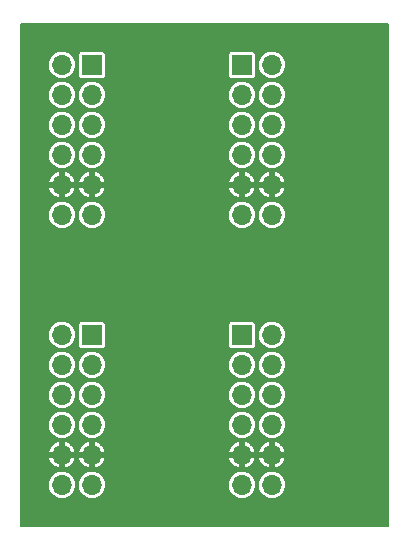
<source format=gbl>
G04 #@! TF.GenerationSoftware,KiCad,Pcbnew,(6.0.9)*
G04 #@! TF.CreationDate,2022-11-21T19:08:44+01:00*
G04 #@! TF.ProjectId,PMOD series resistor board,504d4f44-2073-4657-9269-657320726573,V1.0*
G04 #@! TF.SameCoordinates,Original*
G04 #@! TF.FileFunction,Copper,L2,Bot*
G04 #@! TF.FilePolarity,Positive*
%FSLAX46Y46*%
G04 Gerber Fmt 4.6, Leading zero omitted, Abs format (unit mm)*
G04 Created by KiCad (PCBNEW (6.0.9)) date 2022-11-21 19:08:44*
%MOMM*%
%LPD*%
G01*
G04 APERTURE LIST*
G04 #@! TA.AperFunction,ComponentPad*
%ADD10O,1.700000X1.700000*%
G04 #@! TD*
G04 #@! TA.AperFunction,ComponentPad*
%ADD11R,1.700000X1.700000*%
G04 #@! TD*
G04 APERTURE END LIST*
D10*
X190500000Y-144780000D03*
X190500000Y-142240000D03*
X190500000Y-139700000D03*
X190500000Y-137160000D03*
X190500000Y-134620000D03*
X190500000Y-132080000D03*
X187960000Y-144780000D03*
X187960000Y-142240000D03*
X187960000Y-139700000D03*
X187960000Y-137160000D03*
X187960000Y-134620000D03*
D11*
X187960000Y-132080000D03*
X175260000Y-132080000D03*
D10*
X175260000Y-134620000D03*
X175260000Y-137160000D03*
X175260000Y-139700000D03*
X175260000Y-142240000D03*
X175260000Y-144780000D03*
X172720000Y-132080000D03*
X172720000Y-134620000D03*
X172720000Y-137160000D03*
X172720000Y-139700000D03*
X172720000Y-142240000D03*
X172720000Y-144780000D03*
D11*
X175260000Y-109220000D03*
D10*
X175260000Y-111760000D03*
X175260000Y-114300000D03*
X175260000Y-116840000D03*
X175260000Y-119380000D03*
X175260000Y-121920000D03*
X172720000Y-109220000D03*
X172720000Y-111760000D03*
X172720000Y-114300000D03*
X172720000Y-116840000D03*
X172720000Y-119380000D03*
X172720000Y-121920000D03*
D11*
X187960000Y-109220000D03*
D10*
X187960000Y-111760000D03*
X187960000Y-114300000D03*
X187960000Y-116840000D03*
X187960000Y-119380000D03*
X187960000Y-121920000D03*
X190500000Y-109220000D03*
X190500000Y-111760000D03*
X190500000Y-114300000D03*
X190500000Y-116840000D03*
X190500000Y-119380000D03*
X190500000Y-121920000D03*
G04 #@! TA.AperFunction,Conductor*
G36*
X200347621Y-105684502D02*
G01*
X200394114Y-105738158D01*
X200405500Y-105790500D01*
X200405500Y-148209500D01*
X200385498Y-148277621D01*
X200331842Y-148324114D01*
X200279500Y-148335500D01*
X169290500Y-148335500D01*
X169222379Y-148315498D01*
X169175886Y-148261842D01*
X169164500Y-148209500D01*
X169164500Y-144750964D01*
X171611148Y-144750964D01*
X171624424Y-144953522D01*
X171625845Y-144959118D01*
X171625846Y-144959123D01*
X171646119Y-145038945D01*
X171674392Y-145150269D01*
X171676809Y-145155512D01*
X171714010Y-145236208D01*
X171759377Y-145334616D01*
X171876533Y-145500389D01*
X172021938Y-145642035D01*
X172190720Y-145754812D01*
X172196023Y-145757090D01*
X172196026Y-145757092D01*
X172284707Y-145795192D01*
X172377228Y-145834942D01*
X172450244Y-145851464D01*
X172569579Y-145878467D01*
X172569584Y-145878468D01*
X172575216Y-145879742D01*
X172580987Y-145879969D01*
X172580989Y-145879969D01*
X172640756Y-145882317D01*
X172778053Y-145887712D01*
X172878499Y-145873148D01*
X172973231Y-145859413D01*
X172973236Y-145859412D01*
X172978945Y-145858584D01*
X172984409Y-145856729D01*
X172984414Y-145856728D01*
X173165693Y-145795192D01*
X173165698Y-145795190D01*
X173171165Y-145793334D01*
X173348276Y-145694147D01*
X173410934Y-145642035D01*
X173499913Y-145568031D01*
X173504345Y-145564345D01*
X173634147Y-145408276D01*
X173733334Y-145231165D01*
X173735190Y-145225698D01*
X173735192Y-145225693D01*
X173796728Y-145044414D01*
X173796729Y-145044409D01*
X173798584Y-145038945D01*
X173799412Y-145033236D01*
X173799413Y-145033231D01*
X173827179Y-144841727D01*
X173827712Y-144838053D01*
X173829232Y-144780000D01*
X173826564Y-144750964D01*
X174151148Y-144750964D01*
X174164424Y-144953522D01*
X174165845Y-144959118D01*
X174165846Y-144959123D01*
X174186119Y-145038945D01*
X174214392Y-145150269D01*
X174216809Y-145155512D01*
X174254010Y-145236208D01*
X174299377Y-145334616D01*
X174416533Y-145500389D01*
X174561938Y-145642035D01*
X174730720Y-145754812D01*
X174736023Y-145757090D01*
X174736026Y-145757092D01*
X174824707Y-145795192D01*
X174917228Y-145834942D01*
X174990244Y-145851464D01*
X175109579Y-145878467D01*
X175109584Y-145878468D01*
X175115216Y-145879742D01*
X175120987Y-145879969D01*
X175120989Y-145879969D01*
X175180756Y-145882317D01*
X175318053Y-145887712D01*
X175418499Y-145873148D01*
X175513231Y-145859413D01*
X175513236Y-145859412D01*
X175518945Y-145858584D01*
X175524409Y-145856729D01*
X175524414Y-145856728D01*
X175705693Y-145795192D01*
X175705698Y-145795190D01*
X175711165Y-145793334D01*
X175888276Y-145694147D01*
X175950934Y-145642035D01*
X176039913Y-145568031D01*
X176044345Y-145564345D01*
X176174147Y-145408276D01*
X176273334Y-145231165D01*
X176275190Y-145225698D01*
X176275192Y-145225693D01*
X176336728Y-145044414D01*
X176336729Y-145044409D01*
X176338584Y-145038945D01*
X176339412Y-145033236D01*
X176339413Y-145033231D01*
X176367179Y-144841727D01*
X176367712Y-144838053D01*
X176369232Y-144780000D01*
X176366564Y-144750964D01*
X186851148Y-144750964D01*
X186864424Y-144953522D01*
X186865845Y-144959118D01*
X186865846Y-144959123D01*
X186886119Y-145038945D01*
X186914392Y-145150269D01*
X186916809Y-145155512D01*
X186954010Y-145236208D01*
X186999377Y-145334616D01*
X187116533Y-145500389D01*
X187261938Y-145642035D01*
X187430720Y-145754812D01*
X187436023Y-145757090D01*
X187436026Y-145757092D01*
X187524707Y-145795192D01*
X187617228Y-145834942D01*
X187690244Y-145851464D01*
X187809579Y-145878467D01*
X187809584Y-145878468D01*
X187815216Y-145879742D01*
X187820987Y-145879969D01*
X187820989Y-145879969D01*
X187880756Y-145882317D01*
X188018053Y-145887712D01*
X188118499Y-145873148D01*
X188213231Y-145859413D01*
X188213236Y-145859412D01*
X188218945Y-145858584D01*
X188224409Y-145856729D01*
X188224414Y-145856728D01*
X188405693Y-145795192D01*
X188405698Y-145795190D01*
X188411165Y-145793334D01*
X188588276Y-145694147D01*
X188650934Y-145642035D01*
X188739913Y-145568031D01*
X188744345Y-145564345D01*
X188874147Y-145408276D01*
X188973334Y-145231165D01*
X188975190Y-145225698D01*
X188975192Y-145225693D01*
X189036728Y-145044414D01*
X189036729Y-145044409D01*
X189038584Y-145038945D01*
X189039412Y-145033236D01*
X189039413Y-145033231D01*
X189067179Y-144841727D01*
X189067712Y-144838053D01*
X189069232Y-144780000D01*
X189066564Y-144750964D01*
X189391148Y-144750964D01*
X189404424Y-144953522D01*
X189405845Y-144959118D01*
X189405846Y-144959123D01*
X189426119Y-145038945D01*
X189454392Y-145150269D01*
X189456809Y-145155512D01*
X189494010Y-145236208D01*
X189539377Y-145334616D01*
X189656533Y-145500389D01*
X189801938Y-145642035D01*
X189970720Y-145754812D01*
X189976023Y-145757090D01*
X189976026Y-145757092D01*
X190064707Y-145795192D01*
X190157228Y-145834942D01*
X190230244Y-145851464D01*
X190349579Y-145878467D01*
X190349584Y-145878468D01*
X190355216Y-145879742D01*
X190360987Y-145879969D01*
X190360989Y-145879969D01*
X190420756Y-145882317D01*
X190558053Y-145887712D01*
X190658499Y-145873148D01*
X190753231Y-145859413D01*
X190753236Y-145859412D01*
X190758945Y-145858584D01*
X190764409Y-145856729D01*
X190764414Y-145856728D01*
X190945693Y-145795192D01*
X190945698Y-145795190D01*
X190951165Y-145793334D01*
X191128276Y-145694147D01*
X191190934Y-145642035D01*
X191279913Y-145568031D01*
X191284345Y-145564345D01*
X191414147Y-145408276D01*
X191513334Y-145231165D01*
X191515190Y-145225698D01*
X191515192Y-145225693D01*
X191576728Y-145044414D01*
X191576729Y-145044409D01*
X191578584Y-145038945D01*
X191579412Y-145033236D01*
X191579413Y-145033231D01*
X191607179Y-144841727D01*
X191607712Y-144838053D01*
X191609232Y-144780000D01*
X191590658Y-144577859D01*
X191589090Y-144572299D01*
X191537125Y-144388046D01*
X191537124Y-144388044D01*
X191535557Y-144382487D01*
X191524978Y-144361033D01*
X191448331Y-144205609D01*
X191445776Y-144200428D01*
X191324320Y-144037779D01*
X191175258Y-143899987D01*
X191170375Y-143896906D01*
X191170371Y-143896903D01*
X191008464Y-143794748D01*
X191003581Y-143791667D01*
X190815039Y-143716446D01*
X190809379Y-143715320D01*
X190809375Y-143715319D01*
X190621613Y-143677971D01*
X190621610Y-143677971D01*
X190615946Y-143676844D01*
X190610171Y-143676768D01*
X190610167Y-143676768D01*
X190508793Y-143675441D01*
X190412971Y-143674187D01*
X190407274Y-143675166D01*
X190407273Y-143675166D01*
X190218607Y-143707585D01*
X190212910Y-143708564D01*
X190022463Y-143778824D01*
X189848010Y-143882612D01*
X189843670Y-143886418D01*
X189843666Y-143886421D01*
X189823723Y-143903911D01*
X189695392Y-144016455D01*
X189569720Y-144175869D01*
X189567031Y-144180980D01*
X189567029Y-144180983D01*
X189554073Y-144205609D01*
X189475203Y-144355515D01*
X189415007Y-144549378D01*
X189391148Y-144750964D01*
X189066564Y-144750964D01*
X189050658Y-144577859D01*
X189049090Y-144572299D01*
X188997125Y-144388046D01*
X188997124Y-144388044D01*
X188995557Y-144382487D01*
X188984978Y-144361033D01*
X188908331Y-144205609D01*
X188905776Y-144200428D01*
X188784320Y-144037779D01*
X188635258Y-143899987D01*
X188630375Y-143896906D01*
X188630371Y-143896903D01*
X188468464Y-143794748D01*
X188463581Y-143791667D01*
X188275039Y-143716446D01*
X188269379Y-143715320D01*
X188269375Y-143715319D01*
X188081613Y-143677971D01*
X188081610Y-143677971D01*
X188075946Y-143676844D01*
X188070171Y-143676768D01*
X188070167Y-143676768D01*
X187968793Y-143675441D01*
X187872971Y-143674187D01*
X187867274Y-143675166D01*
X187867273Y-143675166D01*
X187678607Y-143707585D01*
X187672910Y-143708564D01*
X187482463Y-143778824D01*
X187308010Y-143882612D01*
X187303670Y-143886418D01*
X187303666Y-143886421D01*
X187283723Y-143903911D01*
X187155392Y-144016455D01*
X187029720Y-144175869D01*
X187027031Y-144180980D01*
X187027029Y-144180983D01*
X187014073Y-144205609D01*
X186935203Y-144355515D01*
X186875007Y-144549378D01*
X186851148Y-144750964D01*
X176366564Y-144750964D01*
X176350658Y-144577859D01*
X176349090Y-144572299D01*
X176297125Y-144388046D01*
X176297124Y-144388044D01*
X176295557Y-144382487D01*
X176284978Y-144361033D01*
X176208331Y-144205609D01*
X176205776Y-144200428D01*
X176084320Y-144037779D01*
X175935258Y-143899987D01*
X175930375Y-143896906D01*
X175930371Y-143896903D01*
X175768464Y-143794748D01*
X175763581Y-143791667D01*
X175575039Y-143716446D01*
X175569379Y-143715320D01*
X175569375Y-143715319D01*
X175381613Y-143677971D01*
X175381610Y-143677971D01*
X175375946Y-143676844D01*
X175370171Y-143676768D01*
X175370167Y-143676768D01*
X175268793Y-143675441D01*
X175172971Y-143674187D01*
X175167274Y-143675166D01*
X175167273Y-143675166D01*
X174978607Y-143707585D01*
X174972910Y-143708564D01*
X174782463Y-143778824D01*
X174608010Y-143882612D01*
X174603670Y-143886418D01*
X174603666Y-143886421D01*
X174583723Y-143903911D01*
X174455392Y-144016455D01*
X174329720Y-144175869D01*
X174327031Y-144180980D01*
X174327029Y-144180983D01*
X174314073Y-144205609D01*
X174235203Y-144355515D01*
X174175007Y-144549378D01*
X174151148Y-144750964D01*
X173826564Y-144750964D01*
X173810658Y-144577859D01*
X173809090Y-144572299D01*
X173757125Y-144388046D01*
X173757124Y-144388044D01*
X173755557Y-144382487D01*
X173744978Y-144361033D01*
X173668331Y-144205609D01*
X173665776Y-144200428D01*
X173544320Y-144037779D01*
X173395258Y-143899987D01*
X173390375Y-143896906D01*
X173390371Y-143896903D01*
X173228464Y-143794748D01*
X173223581Y-143791667D01*
X173035039Y-143716446D01*
X173029379Y-143715320D01*
X173029375Y-143715319D01*
X172841613Y-143677971D01*
X172841610Y-143677971D01*
X172835946Y-143676844D01*
X172830171Y-143676768D01*
X172830167Y-143676768D01*
X172728793Y-143675441D01*
X172632971Y-143674187D01*
X172627274Y-143675166D01*
X172627273Y-143675166D01*
X172438607Y-143707585D01*
X172432910Y-143708564D01*
X172242463Y-143778824D01*
X172068010Y-143882612D01*
X172063670Y-143886418D01*
X172063666Y-143886421D01*
X172043723Y-143903911D01*
X171915392Y-144016455D01*
X171789720Y-144175869D01*
X171787031Y-144180980D01*
X171787029Y-144180983D01*
X171774073Y-144205609D01*
X171695203Y-144355515D01*
X171635007Y-144549378D01*
X171611148Y-144750964D01*
X169164500Y-144750964D01*
X169164500Y-142506962D01*
X171648671Y-142506962D01*
X171673443Y-142604502D01*
X171677284Y-142615348D01*
X171757394Y-142789120D01*
X171763145Y-142799081D01*
X171873579Y-142955343D01*
X171881057Y-142964098D01*
X172018114Y-143097612D01*
X172027058Y-143104855D01*
X172186156Y-143211161D01*
X172196266Y-143216651D01*
X172372077Y-143292185D01*
X172383020Y-143295740D01*
X172448332Y-143310519D01*
X172462405Y-143309630D01*
X172465828Y-143300681D01*
X172974000Y-143300681D01*
X172977966Y-143314187D01*
X172986672Y-143315433D01*
X173165497Y-143254730D01*
X173175994Y-143250056D01*
X173342958Y-143156552D01*
X173352430Y-143150042D01*
X173499553Y-143027682D01*
X173507682Y-143019553D01*
X173630042Y-142872430D01*
X173636552Y-142862958D01*
X173730056Y-142695994D01*
X173734730Y-142685497D01*
X173795335Y-142506962D01*
X174188671Y-142506962D01*
X174213443Y-142604502D01*
X174217284Y-142615348D01*
X174297394Y-142789120D01*
X174303145Y-142799081D01*
X174413579Y-142955343D01*
X174421057Y-142964098D01*
X174558114Y-143097612D01*
X174567058Y-143104855D01*
X174726156Y-143211161D01*
X174736266Y-143216651D01*
X174912077Y-143292185D01*
X174923020Y-143295740D01*
X174988332Y-143310519D01*
X175002405Y-143309630D01*
X175005828Y-143300681D01*
X175514000Y-143300681D01*
X175517966Y-143314187D01*
X175526672Y-143315433D01*
X175705497Y-143254730D01*
X175715994Y-143250056D01*
X175882958Y-143156552D01*
X175892430Y-143150042D01*
X176039553Y-143027682D01*
X176047682Y-143019553D01*
X176170042Y-142872430D01*
X176176552Y-142862958D01*
X176270056Y-142695994D01*
X176274730Y-142685497D01*
X176335335Y-142506962D01*
X186888671Y-142506962D01*
X186913443Y-142604502D01*
X186917284Y-142615348D01*
X186997394Y-142789120D01*
X187003145Y-142799081D01*
X187113579Y-142955343D01*
X187121057Y-142964098D01*
X187258114Y-143097612D01*
X187267058Y-143104855D01*
X187426156Y-143211161D01*
X187436266Y-143216651D01*
X187612077Y-143292185D01*
X187623020Y-143295740D01*
X187688332Y-143310519D01*
X187702405Y-143309630D01*
X187705828Y-143300681D01*
X188214000Y-143300681D01*
X188217966Y-143314187D01*
X188226672Y-143315433D01*
X188405497Y-143254730D01*
X188415994Y-143250056D01*
X188582958Y-143156552D01*
X188592430Y-143150042D01*
X188739553Y-143027682D01*
X188747682Y-143019553D01*
X188870042Y-142872430D01*
X188876552Y-142862958D01*
X188970056Y-142695994D01*
X188974730Y-142685497D01*
X189035335Y-142506962D01*
X189428671Y-142506962D01*
X189453443Y-142604502D01*
X189457284Y-142615348D01*
X189537394Y-142789120D01*
X189543145Y-142799081D01*
X189653579Y-142955343D01*
X189661057Y-142964098D01*
X189798114Y-143097612D01*
X189807058Y-143104855D01*
X189966156Y-143211161D01*
X189976266Y-143216651D01*
X190152077Y-143292185D01*
X190163020Y-143295740D01*
X190228332Y-143310519D01*
X190242405Y-143309630D01*
X190245828Y-143300681D01*
X190754000Y-143300681D01*
X190757966Y-143314187D01*
X190766672Y-143315433D01*
X190945497Y-143254730D01*
X190955994Y-143250056D01*
X191122958Y-143156552D01*
X191132430Y-143150042D01*
X191279553Y-143027682D01*
X191287682Y-143019553D01*
X191410042Y-142872430D01*
X191416552Y-142862958D01*
X191510056Y-142695994D01*
X191514730Y-142685497D01*
X191575443Y-142506644D01*
X191574210Y-142497993D01*
X191560642Y-142494000D01*
X190772115Y-142494000D01*
X190756876Y-142498475D01*
X190755671Y-142499865D01*
X190754000Y-142507548D01*
X190754000Y-143300681D01*
X190245828Y-143300681D01*
X190246000Y-143300232D01*
X190246000Y-142512115D01*
X190241525Y-142496876D01*
X190240135Y-142495671D01*
X190232452Y-142494000D01*
X189443494Y-142494000D01*
X189429963Y-142497973D01*
X189428671Y-142506962D01*
X189035335Y-142506962D01*
X189035443Y-142506644D01*
X189034210Y-142497993D01*
X189020642Y-142494000D01*
X188232115Y-142494000D01*
X188216876Y-142498475D01*
X188215671Y-142499865D01*
X188214000Y-142507548D01*
X188214000Y-143300681D01*
X187705828Y-143300681D01*
X187706000Y-143300232D01*
X187706000Y-142512115D01*
X187701525Y-142496876D01*
X187700135Y-142495671D01*
X187692452Y-142494000D01*
X186903494Y-142494000D01*
X186889963Y-142497973D01*
X186888671Y-142506962D01*
X176335335Y-142506962D01*
X176335443Y-142506644D01*
X176334210Y-142497993D01*
X176320642Y-142494000D01*
X175532115Y-142494000D01*
X175516876Y-142498475D01*
X175515671Y-142499865D01*
X175514000Y-142507548D01*
X175514000Y-143300681D01*
X175005828Y-143300681D01*
X175006000Y-143300232D01*
X175006000Y-142512115D01*
X175001525Y-142496876D01*
X175000135Y-142495671D01*
X174992452Y-142494000D01*
X174203494Y-142494000D01*
X174189963Y-142497973D01*
X174188671Y-142506962D01*
X173795335Y-142506962D01*
X173795443Y-142506644D01*
X173794210Y-142497993D01*
X173780642Y-142494000D01*
X172992115Y-142494000D01*
X172976876Y-142498475D01*
X172975671Y-142499865D01*
X172974000Y-142507548D01*
X172974000Y-143300681D01*
X172465828Y-143300681D01*
X172466000Y-143300232D01*
X172466000Y-142512115D01*
X172461525Y-142496876D01*
X172460135Y-142495671D01*
X172452452Y-142494000D01*
X171663494Y-142494000D01*
X171649963Y-142497973D01*
X171648671Y-142506962D01*
X169164500Y-142506962D01*
X169164500Y-141982799D01*
X171647943Y-141982799D01*
X171654675Y-141986000D01*
X172447885Y-141986000D01*
X172463124Y-141981525D01*
X172464329Y-141980135D01*
X172466000Y-141972452D01*
X172466000Y-141967885D01*
X172974000Y-141967885D01*
X172978475Y-141983124D01*
X172979865Y-141984329D01*
X172987548Y-141986000D01*
X173777398Y-141986000D01*
X173788300Y-141982799D01*
X174187943Y-141982799D01*
X174194675Y-141986000D01*
X174987885Y-141986000D01*
X175003124Y-141981525D01*
X175004329Y-141980135D01*
X175006000Y-141972452D01*
X175006000Y-141967885D01*
X175514000Y-141967885D01*
X175518475Y-141983124D01*
X175519865Y-141984329D01*
X175527548Y-141986000D01*
X176317398Y-141986000D01*
X176328300Y-141982799D01*
X186887943Y-141982799D01*
X186894675Y-141986000D01*
X187687885Y-141986000D01*
X187703124Y-141981525D01*
X187704329Y-141980135D01*
X187706000Y-141972452D01*
X187706000Y-141967885D01*
X188214000Y-141967885D01*
X188218475Y-141983124D01*
X188219865Y-141984329D01*
X188227548Y-141986000D01*
X189017398Y-141986000D01*
X189028300Y-141982799D01*
X189427943Y-141982799D01*
X189434675Y-141986000D01*
X190227885Y-141986000D01*
X190243124Y-141981525D01*
X190244329Y-141980135D01*
X190246000Y-141972452D01*
X190246000Y-141967885D01*
X190754000Y-141967885D01*
X190758475Y-141983124D01*
X190759865Y-141984329D01*
X190767548Y-141986000D01*
X191557398Y-141986000D01*
X191570929Y-141982027D01*
X191572098Y-141973892D01*
X191536658Y-141848231D01*
X191532533Y-141837484D01*
X191447903Y-141665871D01*
X191441893Y-141656063D01*
X191327400Y-141502739D01*
X191319710Y-141494199D01*
X191179192Y-141364304D01*
X191170067Y-141357303D01*
X191008236Y-141255195D01*
X190997989Y-141249974D01*
X190820260Y-141179068D01*
X190809232Y-141175801D01*
X190771769Y-141168350D01*
X190758894Y-141169502D01*
X190754000Y-141184658D01*
X190754000Y-141967885D01*
X190246000Y-141967885D01*
X190246000Y-141181500D01*
X190242194Y-141168538D01*
X190227279Y-141166602D01*
X190218732Y-141168071D01*
X190207620Y-141171048D01*
X190028095Y-141237279D01*
X190017717Y-141242229D01*
X189853273Y-141340063D01*
X189843961Y-141346829D01*
X189700097Y-141472994D01*
X189692180Y-141481337D01*
X189573718Y-141631605D01*
X189567450Y-141641256D01*
X189478358Y-141810592D01*
X189473953Y-141821227D01*
X189428162Y-141968698D01*
X189427943Y-141982799D01*
X189028300Y-141982799D01*
X189030929Y-141982027D01*
X189032098Y-141973892D01*
X188996658Y-141848231D01*
X188992533Y-141837484D01*
X188907903Y-141665871D01*
X188901893Y-141656063D01*
X188787400Y-141502739D01*
X188779710Y-141494199D01*
X188639192Y-141364304D01*
X188630067Y-141357303D01*
X188468236Y-141255195D01*
X188457989Y-141249974D01*
X188280260Y-141179068D01*
X188269232Y-141175801D01*
X188231769Y-141168350D01*
X188218894Y-141169502D01*
X188214000Y-141184658D01*
X188214000Y-141967885D01*
X187706000Y-141967885D01*
X187706000Y-141181500D01*
X187702194Y-141168538D01*
X187687279Y-141166602D01*
X187678732Y-141168071D01*
X187667620Y-141171048D01*
X187488095Y-141237279D01*
X187477717Y-141242229D01*
X187313273Y-141340063D01*
X187303961Y-141346829D01*
X187160097Y-141472994D01*
X187152180Y-141481337D01*
X187033718Y-141631605D01*
X187027450Y-141641256D01*
X186938358Y-141810592D01*
X186933953Y-141821227D01*
X186888162Y-141968698D01*
X186887943Y-141982799D01*
X176328300Y-141982799D01*
X176330929Y-141982027D01*
X176332098Y-141973892D01*
X176296658Y-141848231D01*
X176292533Y-141837484D01*
X176207903Y-141665871D01*
X176201893Y-141656063D01*
X176087400Y-141502739D01*
X176079710Y-141494199D01*
X175939192Y-141364304D01*
X175930067Y-141357303D01*
X175768236Y-141255195D01*
X175757989Y-141249974D01*
X175580260Y-141179068D01*
X175569232Y-141175801D01*
X175531769Y-141168350D01*
X175518894Y-141169502D01*
X175514000Y-141184658D01*
X175514000Y-141967885D01*
X175006000Y-141967885D01*
X175006000Y-141181500D01*
X175002194Y-141168538D01*
X174987279Y-141166602D01*
X174978732Y-141168071D01*
X174967620Y-141171048D01*
X174788095Y-141237279D01*
X174777717Y-141242229D01*
X174613273Y-141340063D01*
X174603961Y-141346829D01*
X174460097Y-141472994D01*
X174452180Y-141481337D01*
X174333718Y-141631605D01*
X174327450Y-141641256D01*
X174238358Y-141810592D01*
X174233953Y-141821227D01*
X174188162Y-141968698D01*
X174187943Y-141982799D01*
X173788300Y-141982799D01*
X173790929Y-141982027D01*
X173792098Y-141973892D01*
X173756658Y-141848231D01*
X173752533Y-141837484D01*
X173667903Y-141665871D01*
X173661893Y-141656063D01*
X173547400Y-141502739D01*
X173539710Y-141494199D01*
X173399192Y-141364304D01*
X173390067Y-141357303D01*
X173228236Y-141255195D01*
X173217989Y-141249974D01*
X173040260Y-141179068D01*
X173029232Y-141175801D01*
X172991769Y-141168350D01*
X172978894Y-141169502D01*
X172974000Y-141184658D01*
X172974000Y-141967885D01*
X172466000Y-141967885D01*
X172466000Y-141181500D01*
X172462194Y-141168538D01*
X172447279Y-141166602D01*
X172438732Y-141168071D01*
X172427620Y-141171048D01*
X172248095Y-141237279D01*
X172237717Y-141242229D01*
X172073273Y-141340063D01*
X172063961Y-141346829D01*
X171920097Y-141472994D01*
X171912180Y-141481337D01*
X171793718Y-141631605D01*
X171787450Y-141641256D01*
X171698358Y-141810592D01*
X171693953Y-141821227D01*
X171648162Y-141968698D01*
X171647943Y-141982799D01*
X169164500Y-141982799D01*
X169164500Y-139670964D01*
X171611148Y-139670964D01*
X171624424Y-139873522D01*
X171625845Y-139879118D01*
X171625846Y-139879123D01*
X171646119Y-139958945D01*
X171674392Y-140070269D01*
X171676809Y-140075512D01*
X171714010Y-140156208D01*
X171759377Y-140254616D01*
X171876533Y-140420389D01*
X172021938Y-140562035D01*
X172190720Y-140674812D01*
X172196023Y-140677090D01*
X172196026Y-140677092D01*
X172284707Y-140715192D01*
X172377228Y-140754942D01*
X172450244Y-140771464D01*
X172569579Y-140798467D01*
X172569584Y-140798468D01*
X172575216Y-140799742D01*
X172580987Y-140799969D01*
X172580989Y-140799969D01*
X172640756Y-140802317D01*
X172778053Y-140807712D01*
X172878499Y-140793148D01*
X172973231Y-140779413D01*
X172973236Y-140779412D01*
X172978945Y-140778584D01*
X172984409Y-140776729D01*
X172984414Y-140776728D01*
X173165693Y-140715192D01*
X173165698Y-140715190D01*
X173171165Y-140713334D01*
X173348276Y-140614147D01*
X173410934Y-140562035D01*
X173499913Y-140488031D01*
X173504345Y-140484345D01*
X173634147Y-140328276D01*
X173733334Y-140151165D01*
X173735190Y-140145698D01*
X173735192Y-140145693D01*
X173796728Y-139964414D01*
X173796729Y-139964409D01*
X173798584Y-139958945D01*
X173799412Y-139953236D01*
X173799413Y-139953231D01*
X173827179Y-139761727D01*
X173827712Y-139758053D01*
X173829232Y-139700000D01*
X173826564Y-139670964D01*
X174151148Y-139670964D01*
X174164424Y-139873522D01*
X174165845Y-139879118D01*
X174165846Y-139879123D01*
X174186119Y-139958945D01*
X174214392Y-140070269D01*
X174216809Y-140075512D01*
X174254010Y-140156208D01*
X174299377Y-140254616D01*
X174416533Y-140420389D01*
X174561938Y-140562035D01*
X174730720Y-140674812D01*
X174736023Y-140677090D01*
X174736026Y-140677092D01*
X174824707Y-140715192D01*
X174917228Y-140754942D01*
X174990244Y-140771464D01*
X175109579Y-140798467D01*
X175109584Y-140798468D01*
X175115216Y-140799742D01*
X175120987Y-140799969D01*
X175120989Y-140799969D01*
X175180756Y-140802317D01*
X175318053Y-140807712D01*
X175418499Y-140793148D01*
X175513231Y-140779413D01*
X175513236Y-140779412D01*
X175518945Y-140778584D01*
X175524409Y-140776729D01*
X175524414Y-140776728D01*
X175705693Y-140715192D01*
X175705698Y-140715190D01*
X175711165Y-140713334D01*
X175888276Y-140614147D01*
X175950934Y-140562035D01*
X176039913Y-140488031D01*
X176044345Y-140484345D01*
X176174147Y-140328276D01*
X176273334Y-140151165D01*
X176275190Y-140145698D01*
X176275192Y-140145693D01*
X176336728Y-139964414D01*
X176336729Y-139964409D01*
X176338584Y-139958945D01*
X176339412Y-139953236D01*
X176339413Y-139953231D01*
X176367179Y-139761727D01*
X176367712Y-139758053D01*
X176369232Y-139700000D01*
X176366564Y-139670964D01*
X186851148Y-139670964D01*
X186864424Y-139873522D01*
X186865845Y-139879118D01*
X186865846Y-139879123D01*
X186886119Y-139958945D01*
X186914392Y-140070269D01*
X186916809Y-140075512D01*
X186954010Y-140156208D01*
X186999377Y-140254616D01*
X187116533Y-140420389D01*
X187261938Y-140562035D01*
X187430720Y-140674812D01*
X187436023Y-140677090D01*
X187436026Y-140677092D01*
X187524707Y-140715192D01*
X187617228Y-140754942D01*
X187690244Y-140771464D01*
X187809579Y-140798467D01*
X187809584Y-140798468D01*
X187815216Y-140799742D01*
X187820987Y-140799969D01*
X187820989Y-140799969D01*
X187880756Y-140802317D01*
X188018053Y-140807712D01*
X188118499Y-140793148D01*
X188213231Y-140779413D01*
X188213236Y-140779412D01*
X188218945Y-140778584D01*
X188224409Y-140776729D01*
X188224414Y-140776728D01*
X188405693Y-140715192D01*
X188405698Y-140715190D01*
X188411165Y-140713334D01*
X188588276Y-140614147D01*
X188650934Y-140562035D01*
X188739913Y-140488031D01*
X188744345Y-140484345D01*
X188874147Y-140328276D01*
X188973334Y-140151165D01*
X188975190Y-140145698D01*
X188975192Y-140145693D01*
X189036728Y-139964414D01*
X189036729Y-139964409D01*
X189038584Y-139958945D01*
X189039412Y-139953236D01*
X189039413Y-139953231D01*
X189067179Y-139761727D01*
X189067712Y-139758053D01*
X189069232Y-139700000D01*
X189066564Y-139670964D01*
X189391148Y-139670964D01*
X189404424Y-139873522D01*
X189405845Y-139879118D01*
X189405846Y-139879123D01*
X189426119Y-139958945D01*
X189454392Y-140070269D01*
X189456809Y-140075512D01*
X189494010Y-140156208D01*
X189539377Y-140254616D01*
X189656533Y-140420389D01*
X189801938Y-140562035D01*
X189970720Y-140674812D01*
X189976023Y-140677090D01*
X189976026Y-140677092D01*
X190064707Y-140715192D01*
X190157228Y-140754942D01*
X190230244Y-140771464D01*
X190349579Y-140798467D01*
X190349584Y-140798468D01*
X190355216Y-140799742D01*
X190360987Y-140799969D01*
X190360989Y-140799969D01*
X190420756Y-140802317D01*
X190558053Y-140807712D01*
X190658499Y-140793148D01*
X190753231Y-140779413D01*
X190753236Y-140779412D01*
X190758945Y-140778584D01*
X190764409Y-140776729D01*
X190764414Y-140776728D01*
X190945693Y-140715192D01*
X190945698Y-140715190D01*
X190951165Y-140713334D01*
X191128276Y-140614147D01*
X191190934Y-140562035D01*
X191279913Y-140488031D01*
X191284345Y-140484345D01*
X191414147Y-140328276D01*
X191513334Y-140151165D01*
X191515190Y-140145698D01*
X191515192Y-140145693D01*
X191576728Y-139964414D01*
X191576729Y-139964409D01*
X191578584Y-139958945D01*
X191579412Y-139953236D01*
X191579413Y-139953231D01*
X191607179Y-139761727D01*
X191607712Y-139758053D01*
X191609232Y-139700000D01*
X191590658Y-139497859D01*
X191589090Y-139492299D01*
X191537125Y-139308046D01*
X191537124Y-139308044D01*
X191535557Y-139302487D01*
X191524978Y-139281033D01*
X191448331Y-139125609D01*
X191445776Y-139120428D01*
X191324320Y-138957779D01*
X191175258Y-138819987D01*
X191170375Y-138816906D01*
X191170371Y-138816903D01*
X191008464Y-138714748D01*
X191003581Y-138711667D01*
X190815039Y-138636446D01*
X190809379Y-138635320D01*
X190809375Y-138635319D01*
X190621613Y-138597971D01*
X190621610Y-138597971D01*
X190615946Y-138596844D01*
X190610171Y-138596768D01*
X190610167Y-138596768D01*
X190508793Y-138595441D01*
X190412971Y-138594187D01*
X190407274Y-138595166D01*
X190407273Y-138595166D01*
X190218607Y-138627585D01*
X190212910Y-138628564D01*
X190022463Y-138698824D01*
X189848010Y-138802612D01*
X189843670Y-138806418D01*
X189843666Y-138806421D01*
X189823723Y-138823911D01*
X189695392Y-138936455D01*
X189569720Y-139095869D01*
X189567031Y-139100980D01*
X189567029Y-139100983D01*
X189554073Y-139125609D01*
X189475203Y-139275515D01*
X189415007Y-139469378D01*
X189391148Y-139670964D01*
X189066564Y-139670964D01*
X189050658Y-139497859D01*
X189049090Y-139492299D01*
X188997125Y-139308046D01*
X188997124Y-139308044D01*
X188995557Y-139302487D01*
X188984978Y-139281033D01*
X188908331Y-139125609D01*
X188905776Y-139120428D01*
X188784320Y-138957779D01*
X188635258Y-138819987D01*
X188630375Y-138816906D01*
X188630371Y-138816903D01*
X188468464Y-138714748D01*
X188463581Y-138711667D01*
X188275039Y-138636446D01*
X188269379Y-138635320D01*
X188269375Y-138635319D01*
X188081613Y-138597971D01*
X188081610Y-138597971D01*
X188075946Y-138596844D01*
X188070171Y-138596768D01*
X188070167Y-138596768D01*
X187968793Y-138595441D01*
X187872971Y-138594187D01*
X187867274Y-138595166D01*
X187867273Y-138595166D01*
X187678607Y-138627585D01*
X187672910Y-138628564D01*
X187482463Y-138698824D01*
X187308010Y-138802612D01*
X187303670Y-138806418D01*
X187303666Y-138806421D01*
X187283723Y-138823911D01*
X187155392Y-138936455D01*
X187029720Y-139095869D01*
X187027031Y-139100980D01*
X187027029Y-139100983D01*
X187014073Y-139125609D01*
X186935203Y-139275515D01*
X186875007Y-139469378D01*
X186851148Y-139670964D01*
X176366564Y-139670964D01*
X176350658Y-139497859D01*
X176349090Y-139492299D01*
X176297125Y-139308046D01*
X176297124Y-139308044D01*
X176295557Y-139302487D01*
X176284978Y-139281033D01*
X176208331Y-139125609D01*
X176205776Y-139120428D01*
X176084320Y-138957779D01*
X175935258Y-138819987D01*
X175930375Y-138816906D01*
X175930371Y-138816903D01*
X175768464Y-138714748D01*
X175763581Y-138711667D01*
X175575039Y-138636446D01*
X175569379Y-138635320D01*
X175569375Y-138635319D01*
X175381613Y-138597971D01*
X175381610Y-138597971D01*
X175375946Y-138596844D01*
X175370171Y-138596768D01*
X175370167Y-138596768D01*
X175268793Y-138595441D01*
X175172971Y-138594187D01*
X175167274Y-138595166D01*
X175167273Y-138595166D01*
X174978607Y-138627585D01*
X174972910Y-138628564D01*
X174782463Y-138698824D01*
X174608010Y-138802612D01*
X174603670Y-138806418D01*
X174603666Y-138806421D01*
X174583723Y-138823911D01*
X174455392Y-138936455D01*
X174329720Y-139095869D01*
X174327031Y-139100980D01*
X174327029Y-139100983D01*
X174314073Y-139125609D01*
X174235203Y-139275515D01*
X174175007Y-139469378D01*
X174151148Y-139670964D01*
X173826564Y-139670964D01*
X173810658Y-139497859D01*
X173809090Y-139492299D01*
X173757125Y-139308046D01*
X173757124Y-139308044D01*
X173755557Y-139302487D01*
X173744978Y-139281033D01*
X173668331Y-139125609D01*
X173665776Y-139120428D01*
X173544320Y-138957779D01*
X173395258Y-138819987D01*
X173390375Y-138816906D01*
X173390371Y-138816903D01*
X173228464Y-138714748D01*
X173223581Y-138711667D01*
X173035039Y-138636446D01*
X173029379Y-138635320D01*
X173029375Y-138635319D01*
X172841613Y-138597971D01*
X172841610Y-138597971D01*
X172835946Y-138596844D01*
X172830171Y-138596768D01*
X172830167Y-138596768D01*
X172728793Y-138595441D01*
X172632971Y-138594187D01*
X172627274Y-138595166D01*
X172627273Y-138595166D01*
X172438607Y-138627585D01*
X172432910Y-138628564D01*
X172242463Y-138698824D01*
X172068010Y-138802612D01*
X172063670Y-138806418D01*
X172063666Y-138806421D01*
X172043723Y-138823911D01*
X171915392Y-138936455D01*
X171789720Y-139095869D01*
X171787031Y-139100980D01*
X171787029Y-139100983D01*
X171774073Y-139125609D01*
X171695203Y-139275515D01*
X171635007Y-139469378D01*
X171611148Y-139670964D01*
X169164500Y-139670964D01*
X169164500Y-137130964D01*
X171611148Y-137130964D01*
X171624424Y-137333522D01*
X171625845Y-137339118D01*
X171625846Y-137339123D01*
X171646119Y-137418945D01*
X171674392Y-137530269D01*
X171676809Y-137535512D01*
X171714010Y-137616208D01*
X171759377Y-137714616D01*
X171876533Y-137880389D01*
X172021938Y-138022035D01*
X172190720Y-138134812D01*
X172196023Y-138137090D01*
X172196026Y-138137092D01*
X172284707Y-138175192D01*
X172377228Y-138214942D01*
X172450244Y-138231464D01*
X172569579Y-138258467D01*
X172569584Y-138258468D01*
X172575216Y-138259742D01*
X172580987Y-138259969D01*
X172580989Y-138259969D01*
X172640756Y-138262317D01*
X172778053Y-138267712D01*
X172878499Y-138253148D01*
X172973231Y-138239413D01*
X172973236Y-138239412D01*
X172978945Y-138238584D01*
X172984409Y-138236729D01*
X172984414Y-138236728D01*
X173165693Y-138175192D01*
X173165698Y-138175190D01*
X173171165Y-138173334D01*
X173348276Y-138074147D01*
X173410934Y-138022035D01*
X173499913Y-137948031D01*
X173504345Y-137944345D01*
X173634147Y-137788276D01*
X173733334Y-137611165D01*
X173735190Y-137605698D01*
X173735192Y-137605693D01*
X173796728Y-137424414D01*
X173796729Y-137424409D01*
X173798584Y-137418945D01*
X173799412Y-137413236D01*
X173799413Y-137413231D01*
X173827179Y-137221727D01*
X173827712Y-137218053D01*
X173829232Y-137160000D01*
X173826564Y-137130964D01*
X174151148Y-137130964D01*
X174164424Y-137333522D01*
X174165845Y-137339118D01*
X174165846Y-137339123D01*
X174186119Y-137418945D01*
X174214392Y-137530269D01*
X174216809Y-137535512D01*
X174254010Y-137616208D01*
X174299377Y-137714616D01*
X174416533Y-137880389D01*
X174561938Y-138022035D01*
X174730720Y-138134812D01*
X174736023Y-138137090D01*
X174736026Y-138137092D01*
X174824707Y-138175192D01*
X174917228Y-138214942D01*
X174990244Y-138231464D01*
X175109579Y-138258467D01*
X175109584Y-138258468D01*
X175115216Y-138259742D01*
X175120987Y-138259969D01*
X175120989Y-138259969D01*
X175180756Y-138262317D01*
X175318053Y-138267712D01*
X175418499Y-138253148D01*
X175513231Y-138239413D01*
X175513236Y-138239412D01*
X175518945Y-138238584D01*
X175524409Y-138236729D01*
X175524414Y-138236728D01*
X175705693Y-138175192D01*
X175705698Y-138175190D01*
X175711165Y-138173334D01*
X175888276Y-138074147D01*
X175950934Y-138022035D01*
X176039913Y-137948031D01*
X176044345Y-137944345D01*
X176174147Y-137788276D01*
X176273334Y-137611165D01*
X176275190Y-137605698D01*
X176275192Y-137605693D01*
X176336728Y-137424414D01*
X176336729Y-137424409D01*
X176338584Y-137418945D01*
X176339412Y-137413236D01*
X176339413Y-137413231D01*
X176367179Y-137221727D01*
X176367712Y-137218053D01*
X176369232Y-137160000D01*
X176366564Y-137130964D01*
X186851148Y-137130964D01*
X186864424Y-137333522D01*
X186865845Y-137339118D01*
X186865846Y-137339123D01*
X186886119Y-137418945D01*
X186914392Y-137530269D01*
X186916809Y-137535512D01*
X186954010Y-137616208D01*
X186999377Y-137714616D01*
X187116533Y-137880389D01*
X187261938Y-138022035D01*
X187430720Y-138134812D01*
X187436023Y-138137090D01*
X187436026Y-138137092D01*
X187524707Y-138175192D01*
X187617228Y-138214942D01*
X187690244Y-138231464D01*
X187809579Y-138258467D01*
X187809584Y-138258468D01*
X187815216Y-138259742D01*
X187820987Y-138259969D01*
X187820989Y-138259969D01*
X187880756Y-138262317D01*
X188018053Y-138267712D01*
X188118499Y-138253148D01*
X188213231Y-138239413D01*
X188213236Y-138239412D01*
X188218945Y-138238584D01*
X188224409Y-138236729D01*
X188224414Y-138236728D01*
X188405693Y-138175192D01*
X188405698Y-138175190D01*
X188411165Y-138173334D01*
X188588276Y-138074147D01*
X188650934Y-138022035D01*
X188739913Y-137948031D01*
X188744345Y-137944345D01*
X188874147Y-137788276D01*
X188973334Y-137611165D01*
X188975190Y-137605698D01*
X188975192Y-137605693D01*
X189036728Y-137424414D01*
X189036729Y-137424409D01*
X189038584Y-137418945D01*
X189039412Y-137413236D01*
X189039413Y-137413231D01*
X189067179Y-137221727D01*
X189067712Y-137218053D01*
X189069232Y-137160000D01*
X189066564Y-137130964D01*
X189391148Y-137130964D01*
X189404424Y-137333522D01*
X189405845Y-137339118D01*
X189405846Y-137339123D01*
X189426119Y-137418945D01*
X189454392Y-137530269D01*
X189456809Y-137535512D01*
X189494010Y-137616208D01*
X189539377Y-137714616D01*
X189656533Y-137880389D01*
X189801938Y-138022035D01*
X189970720Y-138134812D01*
X189976023Y-138137090D01*
X189976026Y-138137092D01*
X190064707Y-138175192D01*
X190157228Y-138214942D01*
X190230244Y-138231464D01*
X190349579Y-138258467D01*
X190349584Y-138258468D01*
X190355216Y-138259742D01*
X190360987Y-138259969D01*
X190360989Y-138259969D01*
X190420756Y-138262317D01*
X190558053Y-138267712D01*
X190658499Y-138253148D01*
X190753231Y-138239413D01*
X190753236Y-138239412D01*
X190758945Y-138238584D01*
X190764409Y-138236729D01*
X190764414Y-138236728D01*
X190945693Y-138175192D01*
X190945698Y-138175190D01*
X190951165Y-138173334D01*
X191128276Y-138074147D01*
X191190934Y-138022035D01*
X191279913Y-137948031D01*
X191284345Y-137944345D01*
X191414147Y-137788276D01*
X191513334Y-137611165D01*
X191515190Y-137605698D01*
X191515192Y-137605693D01*
X191576728Y-137424414D01*
X191576729Y-137424409D01*
X191578584Y-137418945D01*
X191579412Y-137413236D01*
X191579413Y-137413231D01*
X191607179Y-137221727D01*
X191607712Y-137218053D01*
X191609232Y-137160000D01*
X191590658Y-136957859D01*
X191589090Y-136952299D01*
X191537125Y-136768046D01*
X191537124Y-136768044D01*
X191535557Y-136762487D01*
X191524978Y-136741033D01*
X191448331Y-136585609D01*
X191445776Y-136580428D01*
X191324320Y-136417779D01*
X191175258Y-136279987D01*
X191170375Y-136276906D01*
X191170371Y-136276903D01*
X191008464Y-136174748D01*
X191003581Y-136171667D01*
X190815039Y-136096446D01*
X190809379Y-136095320D01*
X190809375Y-136095319D01*
X190621613Y-136057971D01*
X190621610Y-136057971D01*
X190615946Y-136056844D01*
X190610171Y-136056768D01*
X190610167Y-136056768D01*
X190508793Y-136055441D01*
X190412971Y-136054187D01*
X190407274Y-136055166D01*
X190407273Y-136055166D01*
X190218607Y-136087585D01*
X190212910Y-136088564D01*
X190022463Y-136158824D01*
X189848010Y-136262612D01*
X189843670Y-136266418D01*
X189843666Y-136266421D01*
X189823723Y-136283911D01*
X189695392Y-136396455D01*
X189569720Y-136555869D01*
X189567031Y-136560980D01*
X189567029Y-136560983D01*
X189554073Y-136585609D01*
X189475203Y-136735515D01*
X189415007Y-136929378D01*
X189391148Y-137130964D01*
X189066564Y-137130964D01*
X189050658Y-136957859D01*
X189049090Y-136952299D01*
X188997125Y-136768046D01*
X188997124Y-136768044D01*
X188995557Y-136762487D01*
X188984978Y-136741033D01*
X188908331Y-136585609D01*
X188905776Y-136580428D01*
X188784320Y-136417779D01*
X188635258Y-136279987D01*
X188630375Y-136276906D01*
X188630371Y-136276903D01*
X188468464Y-136174748D01*
X188463581Y-136171667D01*
X188275039Y-136096446D01*
X188269379Y-136095320D01*
X188269375Y-136095319D01*
X188081613Y-136057971D01*
X188081610Y-136057971D01*
X188075946Y-136056844D01*
X188070171Y-136056768D01*
X188070167Y-136056768D01*
X187968793Y-136055441D01*
X187872971Y-136054187D01*
X187867274Y-136055166D01*
X187867273Y-136055166D01*
X187678607Y-136087585D01*
X187672910Y-136088564D01*
X187482463Y-136158824D01*
X187308010Y-136262612D01*
X187303670Y-136266418D01*
X187303666Y-136266421D01*
X187283723Y-136283911D01*
X187155392Y-136396455D01*
X187029720Y-136555869D01*
X187027031Y-136560980D01*
X187027029Y-136560983D01*
X187014073Y-136585609D01*
X186935203Y-136735515D01*
X186875007Y-136929378D01*
X186851148Y-137130964D01*
X176366564Y-137130964D01*
X176350658Y-136957859D01*
X176349090Y-136952299D01*
X176297125Y-136768046D01*
X176297124Y-136768044D01*
X176295557Y-136762487D01*
X176284978Y-136741033D01*
X176208331Y-136585609D01*
X176205776Y-136580428D01*
X176084320Y-136417779D01*
X175935258Y-136279987D01*
X175930375Y-136276906D01*
X175930371Y-136276903D01*
X175768464Y-136174748D01*
X175763581Y-136171667D01*
X175575039Y-136096446D01*
X175569379Y-136095320D01*
X175569375Y-136095319D01*
X175381613Y-136057971D01*
X175381610Y-136057971D01*
X175375946Y-136056844D01*
X175370171Y-136056768D01*
X175370167Y-136056768D01*
X175268793Y-136055441D01*
X175172971Y-136054187D01*
X175167274Y-136055166D01*
X175167273Y-136055166D01*
X174978607Y-136087585D01*
X174972910Y-136088564D01*
X174782463Y-136158824D01*
X174608010Y-136262612D01*
X174603670Y-136266418D01*
X174603666Y-136266421D01*
X174583723Y-136283911D01*
X174455392Y-136396455D01*
X174329720Y-136555869D01*
X174327031Y-136560980D01*
X174327029Y-136560983D01*
X174314073Y-136585609D01*
X174235203Y-136735515D01*
X174175007Y-136929378D01*
X174151148Y-137130964D01*
X173826564Y-137130964D01*
X173810658Y-136957859D01*
X173809090Y-136952299D01*
X173757125Y-136768046D01*
X173757124Y-136768044D01*
X173755557Y-136762487D01*
X173744978Y-136741033D01*
X173668331Y-136585609D01*
X173665776Y-136580428D01*
X173544320Y-136417779D01*
X173395258Y-136279987D01*
X173390375Y-136276906D01*
X173390371Y-136276903D01*
X173228464Y-136174748D01*
X173223581Y-136171667D01*
X173035039Y-136096446D01*
X173029379Y-136095320D01*
X173029375Y-136095319D01*
X172841613Y-136057971D01*
X172841610Y-136057971D01*
X172835946Y-136056844D01*
X172830171Y-136056768D01*
X172830167Y-136056768D01*
X172728793Y-136055441D01*
X172632971Y-136054187D01*
X172627274Y-136055166D01*
X172627273Y-136055166D01*
X172438607Y-136087585D01*
X172432910Y-136088564D01*
X172242463Y-136158824D01*
X172068010Y-136262612D01*
X172063670Y-136266418D01*
X172063666Y-136266421D01*
X172043723Y-136283911D01*
X171915392Y-136396455D01*
X171789720Y-136555869D01*
X171787031Y-136560980D01*
X171787029Y-136560983D01*
X171774073Y-136585609D01*
X171695203Y-136735515D01*
X171635007Y-136929378D01*
X171611148Y-137130964D01*
X169164500Y-137130964D01*
X169164500Y-134590964D01*
X171611148Y-134590964D01*
X171624424Y-134793522D01*
X171625845Y-134799118D01*
X171625846Y-134799123D01*
X171646119Y-134878945D01*
X171674392Y-134990269D01*
X171676809Y-134995512D01*
X171714010Y-135076208D01*
X171759377Y-135174616D01*
X171876533Y-135340389D01*
X172021938Y-135482035D01*
X172190720Y-135594812D01*
X172196023Y-135597090D01*
X172196026Y-135597092D01*
X172284707Y-135635192D01*
X172377228Y-135674942D01*
X172450244Y-135691464D01*
X172569579Y-135718467D01*
X172569584Y-135718468D01*
X172575216Y-135719742D01*
X172580987Y-135719969D01*
X172580989Y-135719969D01*
X172640756Y-135722317D01*
X172778053Y-135727712D01*
X172878499Y-135713148D01*
X172973231Y-135699413D01*
X172973236Y-135699412D01*
X172978945Y-135698584D01*
X172984409Y-135696729D01*
X172984414Y-135696728D01*
X173165693Y-135635192D01*
X173165698Y-135635190D01*
X173171165Y-135633334D01*
X173348276Y-135534147D01*
X173410934Y-135482035D01*
X173499913Y-135408031D01*
X173504345Y-135404345D01*
X173634147Y-135248276D01*
X173733334Y-135071165D01*
X173735190Y-135065698D01*
X173735192Y-135065693D01*
X173796728Y-134884414D01*
X173796729Y-134884409D01*
X173798584Y-134878945D01*
X173799412Y-134873236D01*
X173799413Y-134873231D01*
X173827179Y-134681727D01*
X173827712Y-134678053D01*
X173829232Y-134620000D01*
X173826564Y-134590964D01*
X174151148Y-134590964D01*
X174164424Y-134793522D01*
X174165845Y-134799118D01*
X174165846Y-134799123D01*
X174186119Y-134878945D01*
X174214392Y-134990269D01*
X174216809Y-134995512D01*
X174254010Y-135076208D01*
X174299377Y-135174616D01*
X174416533Y-135340389D01*
X174561938Y-135482035D01*
X174730720Y-135594812D01*
X174736023Y-135597090D01*
X174736026Y-135597092D01*
X174824707Y-135635192D01*
X174917228Y-135674942D01*
X174990244Y-135691464D01*
X175109579Y-135718467D01*
X175109584Y-135718468D01*
X175115216Y-135719742D01*
X175120987Y-135719969D01*
X175120989Y-135719969D01*
X175180756Y-135722317D01*
X175318053Y-135727712D01*
X175418499Y-135713148D01*
X175513231Y-135699413D01*
X175513236Y-135699412D01*
X175518945Y-135698584D01*
X175524409Y-135696729D01*
X175524414Y-135696728D01*
X175705693Y-135635192D01*
X175705698Y-135635190D01*
X175711165Y-135633334D01*
X175888276Y-135534147D01*
X175950934Y-135482035D01*
X176039913Y-135408031D01*
X176044345Y-135404345D01*
X176174147Y-135248276D01*
X176273334Y-135071165D01*
X176275190Y-135065698D01*
X176275192Y-135065693D01*
X176336728Y-134884414D01*
X176336729Y-134884409D01*
X176338584Y-134878945D01*
X176339412Y-134873236D01*
X176339413Y-134873231D01*
X176367179Y-134681727D01*
X176367712Y-134678053D01*
X176369232Y-134620000D01*
X176366564Y-134590964D01*
X186851148Y-134590964D01*
X186864424Y-134793522D01*
X186865845Y-134799118D01*
X186865846Y-134799123D01*
X186886119Y-134878945D01*
X186914392Y-134990269D01*
X186916809Y-134995512D01*
X186954010Y-135076208D01*
X186999377Y-135174616D01*
X187116533Y-135340389D01*
X187261938Y-135482035D01*
X187430720Y-135594812D01*
X187436023Y-135597090D01*
X187436026Y-135597092D01*
X187524707Y-135635192D01*
X187617228Y-135674942D01*
X187690244Y-135691464D01*
X187809579Y-135718467D01*
X187809584Y-135718468D01*
X187815216Y-135719742D01*
X187820987Y-135719969D01*
X187820989Y-135719969D01*
X187880756Y-135722317D01*
X188018053Y-135727712D01*
X188118499Y-135713148D01*
X188213231Y-135699413D01*
X188213236Y-135699412D01*
X188218945Y-135698584D01*
X188224409Y-135696729D01*
X188224414Y-135696728D01*
X188405693Y-135635192D01*
X188405698Y-135635190D01*
X188411165Y-135633334D01*
X188588276Y-135534147D01*
X188650934Y-135482035D01*
X188739913Y-135408031D01*
X188744345Y-135404345D01*
X188874147Y-135248276D01*
X188973334Y-135071165D01*
X188975190Y-135065698D01*
X188975192Y-135065693D01*
X189036728Y-134884414D01*
X189036729Y-134884409D01*
X189038584Y-134878945D01*
X189039412Y-134873236D01*
X189039413Y-134873231D01*
X189067179Y-134681727D01*
X189067712Y-134678053D01*
X189069232Y-134620000D01*
X189066564Y-134590964D01*
X189391148Y-134590964D01*
X189404424Y-134793522D01*
X189405845Y-134799118D01*
X189405846Y-134799123D01*
X189426119Y-134878945D01*
X189454392Y-134990269D01*
X189456809Y-134995512D01*
X189494010Y-135076208D01*
X189539377Y-135174616D01*
X189656533Y-135340389D01*
X189801938Y-135482035D01*
X189970720Y-135594812D01*
X189976023Y-135597090D01*
X189976026Y-135597092D01*
X190064707Y-135635192D01*
X190157228Y-135674942D01*
X190230244Y-135691464D01*
X190349579Y-135718467D01*
X190349584Y-135718468D01*
X190355216Y-135719742D01*
X190360987Y-135719969D01*
X190360989Y-135719969D01*
X190420756Y-135722317D01*
X190558053Y-135727712D01*
X190658499Y-135713148D01*
X190753231Y-135699413D01*
X190753236Y-135699412D01*
X190758945Y-135698584D01*
X190764409Y-135696729D01*
X190764414Y-135696728D01*
X190945693Y-135635192D01*
X190945698Y-135635190D01*
X190951165Y-135633334D01*
X191128276Y-135534147D01*
X191190934Y-135482035D01*
X191279913Y-135408031D01*
X191284345Y-135404345D01*
X191414147Y-135248276D01*
X191513334Y-135071165D01*
X191515190Y-135065698D01*
X191515192Y-135065693D01*
X191576728Y-134884414D01*
X191576729Y-134884409D01*
X191578584Y-134878945D01*
X191579412Y-134873236D01*
X191579413Y-134873231D01*
X191607179Y-134681727D01*
X191607712Y-134678053D01*
X191609232Y-134620000D01*
X191590658Y-134417859D01*
X191589090Y-134412299D01*
X191537125Y-134228046D01*
X191537124Y-134228044D01*
X191535557Y-134222487D01*
X191524978Y-134201033D01*
X191448331Y-134045609D01*
X191445776Y-134040428D01*
X191324320Y-133877779D01*
X191175258Y-133739987D01*
X191170375Y-133736906D01*
X191170371Y-133736903D01*
X191008464Y-133634748D01*
X191003581Y-133631667D01*
X190815039Y-133556446D01*
X190809379Y-133555320D01*
X190809375Y-133555319D01*
X190621613Y-133517971D01*
X190621610Y-133517971D01*
X190615946Y-133516844D01*
X190610171Y-133516768D01*
X190610167Y-133516768D01*
X190508793Y-133515441D01*
X190412971Y-133514187D01*
X190407274Y-133515166D01*
X190407273Y-133515166D01*
X190218607Y-133547585D01*
X190212910Y-133548564D01*
X190022463Y-133618824D01*
X189848010Y-133722612D01*
X189843670Y-133726418D01*
X189843666Y-133726421D01*
X189823723Y-133743911D01*
X189695392Y-133856455D01*
X189569720Y-134015869D01*
X189567031Y-134020980D01*
X189567029Y-134020983D01*
X189554073Y-134045609D01*
X189475203Y-134195515D01*
X189415007Y-134389378D01*
X189391148Y-134590964D01*
X189066564Y-134590964D01*
X189050658Y-134417859D01*
X189049090Y-134412299D01*
X188997125Y-134228046D01*
X188997124Y-134228044D01*
X188995557Y-134222487D01*
X188984978Y-134201033D01*
X188908331Y-134045609D01*
X188905776Y-134040428D01*
X188784320Y-133877779D01*
X188635258Y-133739987D01*
X188630375Y-133736906D01*
X188630371Y-133736903D01*
X188468464Y-133634748D01*
X188463581Y-133631667D01*
X188275039Y-133556446D01*
X188269379Y-133555320D01*
X188269375Y-133555319D01*
X188081613Y-133517971D01*
X188081610Y-133517971D01*
X188075946Y-133516844D01*
X188070171Y-133516768D01*
X188070167Y-133516768D01*
X187968793Y-133515441D01*
X187872971Y-133514187D01*
X187867274Y-133515166D01*
X187867273Y-133515166D01*
X187678607Y-133547585D01*
X187672910Y-133548564D01*
X187482463Y-133618824D01*
X187308010Y-133722612D01*
X187303670Y-133726418D01*
X187303666Y-133726421D01*
X187283723Y-133743911D01*
X187155392Y-133856455D01*
X187029720Y-134015869D01*
X187027031Y-134020980D01*
X187027029Y-134020983D01*
X187014073Y-134045609D01*
X186935203Y-134195515D01*
X186875007Y-134389378D01*
X186851148Y-134590964D01*
X176366564Y-134590964D01*
X176350658Y-134417859D01*
X176349090Y-134412299D01*
X176297125Y-134228046D01*
X176297124Y-134228044D01*
X176295557Y-134222487D01*
X176284978Y-134201033D01*
X176208331Y-134045609D01*
X176205776Y-134040428D01*
X176084320Y-133877779D01*
X175935258Y-133739987D01*
X175930375Y-133736906D01*
X175930371Y-133736903D01*
X175768464Y-133634748D01*
X175763581Y-133631667D01*
X175575039Y-133556446D01*
X175569379Y-133555320D01*
X175569375Y-133555319D01*
X175381613Y-133517971D01*
X175381610Y-133517971D01*
X175375946Y-133516844D01*
X175370171Y-133516768D01*
X175370167Y-133516768D01*
X175268793Y-133515441D01*
X175172971Y-133514187D01*
X175167274Y-133515166D01*
X175167273Y-133515166D01*
X174978607Y-133547585D01*
X174972910Y-133548564D01*
X174782463Y-133618824D01*
X174608010Y-133722612D01*
X174603670Y-133726418D01*
X174603666Y-133726421D01*
X174583723Y-133743911D01*
X174455392Y-133856455D01*
X174329720Y-134015869D01*
X174327031Y-134020980D01*
X174327029Y-134020983D01*
X174314073Y-134045609D01*
X174235203Y-134195515D01*
X174175007Y-134389378D01*
X174151148Y-134590964D01*
X173826564Y-134590964D01*
X173810658Y-134417859D01*
X173809090Y-134412299D01*
X173757125Y-134228046D01*
X173757124Y-134228044D01*
X173755557Y-134222487D01*
X173744978Y-134201033D01*
X173668331Y-134045609D01*
X173665776Y-134040428D01*
X173544320Y-133877779D01*
X173395258Y-133739987D01*
X173390375Y-133736906D01*
X173390371Y-133736903D01*
X173228464Y-133634748D01*
X173223581Y-133631667D01*
X173035039Y-133556446D01*
X173029379Y-133555320D01*
X173029375Y-133555319D01*
X172841613Y-133517971D01*
X172841610Y-133517971D01*
X172835946Y-133516844D01*
X172830171Y-133516768D01*
X172830167Y-133516768D01*
X172728793Y-133515441D01*
X172632971Y-133514187D01*
X172627274Y-133515166D01*
X172627273Y-133515166D01*
X172438607Y-133547585D01*
X172432910Y-133548564D01*
X172242463Y-133618824D01*
X172068010Y-133722612D01*
X172063670Y-133726418D01*
X172063666Y-133726421D01*
X172043723Y-133743911D01*
X171915392Y-133856455D01*
X171789720Y-134015869D01*
X171787031Y-134020980D01*
X171787029Y-134020983D01*
X171774073Y-134045609D01*
X171695203Y-134195515D01*
X171635007Y-134389378D01*
X171611148Y-134590964D01*
X169164500Y-134590964D01*
X169164500Y-132050964D01*
X171611148Y-132050964D01*
X171624424Y-132253522D01*
X171625845Y-132259118D01*
X171625846Y-132259123D01*
X171646119Y-132338945D01*
X171674392Y-132450269D01*
X171676809Y-132455512D01*
X171714010Y-132536208D01*
X171759377Y-132634616D01*
X171876533Y-132800389D01*
X172021938Y-132942035D01*
X172190720Y-133054812D01*
X172196023Y-133057090D01*
X172196026Y-133057092D01*
X172327283Y-133113484D01*
X172377228Y-133134942D01*
X172450244Y-133151464D01*
X172569579Y-133178467D01*
X172569584Y-133178468D01*
X172575216Y-133179742D01*
X172580987Y-133179969D01*
X172580989Y-133179969D01*
X172640756Y-133182317D01*
X172778053Y-133187712D01*
X172885348Y-133172155D01*
X172973231Y-133159413D01*
X172973236Y-133159412D01*
X172978945Y-133158584D01*
X172984409Y-133156729D01*
X172984414Y-133156728D01*
X173165693Y-133095192D01*
X173165698Y-133095190D01*
X173171165Y-133093334D01*
X173348276Y-132994147D01*
X173387969Y-132961135D01*
X173499913Y-132868031D01*
X173504345Y-132864345D01*
X173634147Y-132708276D01*
X173733334Y-132531165D01*
X173735190Y-132525698D01*
X173735192Y-132525693D01*
X173796728Y-132344414D01*
X173796729Y-132344409D01*
X173798584Y-132338945D01*
X173799412Y-132333236D01*
X173799413Y-132333231D01*
X173827179Y-132141727D01*
X173827712Y-132138053D01*
X173829232Y-132080000D01*
X173810658Y-131877859D01*
X173809090Y-131872299D01*
X173757125Y-131688046D01*
X173757124Y-131688044D01*
X173755557Y-131682487D01*
X173744978Y-131661033D01*
X173668331Y-131505609D01*
X173665776Y-131500428D01*
X173544320Y-131337779D01*
X173400609Y-131204933D01*
X174155500Y-131204933D01*
X174155501Y-132955066D01*
X174170266Y-133029301D01*
X174177161Y-133039620D01*
X174177162Y-133039622D01*
X174217516Y-133100015D01*
X174226516Y-133113484D01*
X174310699Y-133169734D01*
X174384933Y-133184500D01*
X175259858Y-133184500D01*
X176135066Y-133184499D01*
X176170818Y-133177388D01*
X176197126Y-133172156D01*
X176197128Y-133172155D01*
X176209301Y-133169734D01*
X176219621Y-133162839D01*
X176219622Y-133162838D01*
X176283168Y-133120377D01*
X176293484Y-133113484D01*
X176349734Y-133029301D01*
X176364500Y-132955067D01*
X176364499Y-131204934D01*
X176364499Y-131204933D01*
X186855500Y-131204933D01*
X186855501Y-132955066D01*
X186870266Y-133029301D01*
X186877161Y-133039620D01*
X186877162Y-133039622D01*
X186917516Y-133100015D01*
X186926516Y-133113484D01*
X187010699Y-133169734D01*
X187084933Y-133184500D01*
X187959858Y-133184500D01*
X188835066Y-133184499D01*
X188870818Y-133177388D01*
X188897126Y-133172156D01*
X188897128Y-133172155D01*
X188909301Y-133169734D01*
X188919621Y-133162839D01*
X188919622Y-133162838D01*
X188983168Y-133120377D01*
X188993484Y-133113484D01*
X189049734Y-133029301D01*
X189064500Y-132955067D01*
X189064499Y-132050964D01*
X189391148Y-132050964D01*
X189404424Y-132253522D01*
X189405845Y-132259118D01*
X189405846Y-132259123D01*
X189426119Y-132338945D01*
X189454392Y-132450269D01*
X189456809Y-132455512D01*
X189494010Y-132536208D01*
X189539377Y-132634616D01*
X189656533Y-132800389D01*
X189801938Y-132942035D01*
X189970720Y-133054812D01*
X189976023Y-133057090D01*
X189976026Y-133057092D01*
X190107283Y-133113484D01*
X190157228Y-133134942D01*
X190230244Y-133151464D01*
X190349579Y-133178467D01*
X190349584Y-133178468D01*
X190355216Y-133179742D01*
X190360987Y-133179969D01*
X190360989Y-133179969D01*
X190420756Y-133182317D01*
X190558053Y-133187712D01*
X190665348Y-133172155D01*
X190753231Y-133159413D01*
X190753236Y-133159412D01*
X190758945Y-133158584D01*
X190764409Y-133156729D01*
X190764414Y-133156728D01*
X190945693Y-133095192D01*
X190945698Y-133095190D01*
X190951165Y-133093334D01*
X191128276Y-132994147D01*
X191167969Y-132961135D01*
X191279913Y-132868031D01*
X191284345Y-132864345D01*
X191414147Y-132708276D01*
X191513334Y-132531165D01*
X191515190Y-132525698D01*
X191515192Y-132525693D01*
X191576728Y-132344414D01*
X191576729Y-132344409D01*
X191578584Y-132338945D01*
X191579412Y-132333236D01*
X191579413Y-132333231D01*
X191607179Y-132141727D01*
X191607712Y-132138053D01*
X191609232Y-132080000D01*
X191590658Y-131877859D01*
X191589090Y-131872299D01*
X191537125Y-131688046D01*
X191537124Y-131688044D01*
X191535557Y-131682487D01*
X191524978Y-131661033D01*
X191448331Y-131505609D01*
X191445776Y-131500428D01*
X191324320Y-131337779D01*
X191175258Y-131199987D01*
X191170375Y-131196906D01*
X191170371Y-131196903D01*
X191008464Y-131094748D01*
X191003581Y-131091667D01*
X190815039Y-131016446D01*
X190809379Y-131015320D01*
X190809375Y-131015319D01*
X190621613Y-130977971D01*
X190621610Y-130977971D01*
X190615946Y-130976844D01*
X190610171Y-130976768D01*
X190610167Y-130976768D01*
X190508793Y-130975441D01*
X190412971Y-130974187D01*
X190407274Y-130975166D01*
X190407273Y-130975166D01*
X190319397Y-130990266D01*
X190212910Y-131008564D01*
X190022463Y-131078824D01*
X189848010Y-131182612D01*
X189843670Y-131186418D01*
X189843666Y-131186421D01*
X189699733Y-131312648D01*
X189695392Y-131316455D01*
X189569720Y-131475869D01*
X189567031Y-131480980D01*
X189567029Y-131480983D01*
X189554073Y-131505609D01*
X189475203Y-131655515D01*
X189415007Y-131849378D01*
X189391148Y-132050964D01*
X189064499Y-132050964D01*
X189064499Y-131204934D01*
X189049734Y-131130699D01*
X189023654Y-131091667D01*
X189000377Y-131056832D01*
X188993484Y-131046516D01*
X188909301Y-130990266D01*
X188835067Y-130975500D01*
X187960142Y-130975500D01*
X187084934Y-130975501D01*
X187049182Y-130982612D01*
X187022874Y-130987844D01*
X187022872Y-130987845D01*
X187010699Y-130990266D01*
X187000379Y-130997161D01*
X187000378Y-130997162D01*
X186939985Y-131037516D01*
X186926516Y-131046516D01*
X186870266Y-131130699D01*
X186855500Y-131204933D01*
X176364499Y-131204933D01*
X176349734Y-131130699D01*
X176323654Y-131091667D01*
X176300377Y-131056832D01*
X176293484Y-131046516D01*
X176209301Y-130990266D01*
X176135067Y-130975500D01*
X175260142Y-130975500D01*
X174384934Y-130975501D01*
X174349182Y-130982612D01*
X174322874Y-130987844D01*
X174322872Y-130987845D01*
X174310699Y-130990266D01*
X174300379Y-130997161D01*
X174300378Y-130997162D01*
X174239985Y-131037516D01*
X174226516Y-131046516D01*
X174170266Y-131130699D01*
X174155500Y-131204933D01*
X173400609Y-131204933D01*
X173395258Y-131199987D01*
X173390375Y-131196906D01*
X173390371Y-131196903D01*
X173228464Y-131094748D01*
X173223581Y-131091667D01*
X173035039Y-131016446D01*
X173029379Y-131015320D01*
X173029375Y-131015319D01*
X172841613Y-130977971D01*
X172841610Y-130977971D01*
X172835946Y-130976844D01*
X172830171Y-130976768D01*
X172830167Y-130976768D01*
X172728793Y-130975441D01*
X172632971Y-130974187D01*
X172627274Y-130975166D01*
X172627273Y-130975166D01*
X172539397Y-130990266D01*
X172432910Y-131008564D01*
X172242463Y-131078824D01*
X172068010Y-131182612D01*
X172063670Y-131186418D01*
X172063666Y-131186421D01*
X171919733Y-131312648D01*
X171915392Y-131316455D01*
X171789720Y-131475869D01*
X171787031Y-131480980D01*
X171787029Y-131480983D01*
X171774073Y-131505609D01*
X171695203Y-131655515D01*
X171635007Y-131849378D01*
X171611148Y-132050964D01*
X169164500Y-132050964D01*
X169164500Y-121890964D01*
X171611148Y-121890964D01*
X171624424Y-122093522D01*
X171625845Y-122099118D01*
X171625846Y-122099123D01*
X171646119Y-122178945D01*
X171674392Y-122290269D01*
X171676809Y-122295512D01*
X171714010Y-122376208D01*
X171759377Y-122474616D01*
X171876533Y-122640389D01*
X172021938Y-122782035D01*
X172190720Y-122894812D01*
X172196023Y-122897090D01*
X172196026Y-122897092D01*
X172284707Y-122935192D01*
X172377228Y-122974942D01*
X172450244Y-122991464D01*
X172569579Y-123018467D01*
X172569584Y-123018468D01*
X172575216Y-123019742D01*
X172580987Y-123019969D01*
X172580989Y-123019969D01*
X172640756Y-123022317D01*
X172778053Y-123027712D01*
X172878499Y-123013148D01*
X172973231Y-122999413D01*
X172973236Y-122999412D01*
X172978945Y-122998584D01*
X172984409Y-122996729D01*
X172984414Y-122996728D01*
X173165693Y-122935192D01*
X173165698Y-122935190D01*
X173171165Y-122933334D01*
X173348276Y-122834147D01*
X173410934Y-122782035D01*
X173499913Y-122708031D01*
X173504345Y-122704345D01*
X173634147Y-122548276D01*
X173733334Y-122371165D01*
X173735190Y-122365698D01*
X173735192Y-122365693D01*
X173796728Y-122184414D01*
X173796729Y-122184409D01*
X173798584Y-122178945D01*
X173799412Y-122173236D01*
X173799413Y-122173231D01*
X173827179Y-121981727D01*
X173827712Y-121978053D01*
X173829232Y-121920000D01*
X173826564Y-121890964D01*
X174151148Y-121890964D01*
X174164424Y-122093522D01*
X174165845Y-122099118D01*
X174165846Y-122099123D01*
X174186119Y-122178945D01*
X174214392Y-122290269D01*
X174216809Y-122295512D01*
X174254010Y-122376208D01*
X174299377Y-122474616D01*
X174416533Y-122640389D01*
X174561938Y-122782035D01*
X174730720Y-122894812D01*
X174736023Y-122897090D01*
X174736026Y-122897092D01*
X174824707Y-122935192D01*
X174917228Y-122974942D01*
X174990244Y-122991464D01*
X175109579Y-123018467D01*
X175109584Y-123018468D01*
X175115216Y-123019742D01*
X175120987Y-123019969D01*
X175120989Y-123019969D01*
X175180756Y-123022317D01*
X175318053Y-123027712D01*
X175418499Y-123013148D01*
X175513231Y-122999413D01*
X175513236Y-122999412D01*
X175518945Y-122998584D01*
X175524409Y-122996729D01*
X175524414Y-122996728D01*
X175705693Y-122935192D01*
X175705698Y-122935190D01*
X175711165Y-122933334D01*
X175888276Y-122834147D01*
X175950934Y-122782035D01*
X176039913Y-122708031D01*
X176044345Y-122704345D01*
X176174147Y-122548276D01*
X176273334Y-122371165D01*
X176275190Y-122365698D01*
X176275192Y-122365693D01*
X176336728Y-122184414D01*
X176336729Y-122184409D01*
X176338584Y-122178945D01*
X176339412Y-122173236D01*
X176339413Y-122173231D01*
X176367179Y-121981727D01*
X176367712Y-121978053D01*
X176369232Y-121920000D01*
X176366564Y-121890964D01*
X186851148Y-121890964D01*
X186864424Y-122093522D01*
X186865845Y-122099118D01*
X186865846Y-122099123D01*
X186886119Y-122178945D01*
X186914392Y-122290269D01*
X186916809Y-122295512D01*
X186954010Y-122376208D01*
X186999377Y-122474616D01*
X187116533Y-122640389D01*
X187261938Y-122782035D01*
X187430720Y-122894812D01*
X187436023Y-122897090D01*
X187436026Y-122897092D01*
X187524707Y-122935192D01*
X187617228Y-122974942D01*
X187690244Y-122991464D01*
X187809579Y-123018467D01*
X187809584Y-123018468D01*
X187815216Y-123019742D01*
X187820987Y-123019969D01*
X187820989Y-123019969D01*
X187880756Y-123022317D01*
X188018053Y-123027712D01*
X188118499Y-123013148D01*
X188213231Y-122999413D01*
X188213236Y-122999412D01*
X188218945Y-122998584D01*
X188224409Y-122996729D01*
X188224414Y-122996728D01*
X188405693Y-122935192D01*
X188405698Y-122935190D01*
X188411165Y-122933334D01*
X188588276Y-122834147D01*
X188650934Y-122782035D01*
X188739913Y-122708031D01*
X188744345Y-122704345D01*
X188874147Y-122548276D01*
X188973334Y-122371165D01*
X188975190Y-122365698D01*
X188975192Y-122365693D01*
X189036728Y-122184414D01*
X189036729Y-122184409D01*
X189038584Y-122178945D01*
X189039412Y-122173236D01*
X189039413Y-122173231D01*
X189067179Y-121981727D01*
X189067712Y-121978053D01*
X189069232Y-121920000D01*
X189066564Y-121890964D01*
X189391148Y-121890964D01*
X189404424Y-122093522D01*
X189405845Y-122099118D01*
X189405846Y-122099123D01*
X189426119Y-122178945D01*
X189454392Y-122290269D01*
X189456809Y-122295512D01*
X189494010Y-122376208D01*
X189539377Y-122474616D01*
X189656533Y-122640389D01*
X189801938Y-122782035D01*
X189970720Y-122894812D01*
X189976023Y-122897090D01*
X189976026Y-122897092D01*
X190064707Y-122935192D01*
X190157228Y-122974942D01*
X190230244Y-122991464D01*
X190349579Y-123018467D01*
X190349584Y-123018468D01*
X190355216Y-123019742D01*
X190360987Y-123019969D01*
X190360989Y-123019969D01*
X190420756Y-123022317D01*
X190558053Y-123027712D01*
X190658499Y-123013148D01*
X190753231Y-122999413D01*
X190753236Y-122999412D01*
X190758945Y-122998584D01*
X190764409Y-122996729D01*
X190764414Y-122996728D01*
X190945693Y-122935192D01*
X190945698Y-122935190D01*
X190951165Y-122933334D01*
X191128276Y-122834147D01*
X191190934Y-122782035D01*
X191279913Y-122708031D01*
X191284345Y-122704345D01*
X191414147Y-122548276D01*
X191513334Y-122371165D01*
X191515190Y-122365698D01*
X191515192Y-122365693D01*
X191576728Y-122184414D01*
X191576729Y-122184409D01*
X191578584Y-122178945D01*
X191579412Y-122173236D01*
X191579413Y-122173231D01*
X191607179Y-121981727D01*
X191607712Y-121978053D01*
X191609232Y-121920000D01*
X191590658Y-121717859D01*
X191589090Y-121712299D01*
X191537125Y-121528046D01*
X191537124Y-121528044D01*
X191535557Y-121522487D01*
X191524978Y-121501033D01*
X191448331Y-121345609D01*
X191445776Y-121340428D01*
X191324320Y-121177779D01*
X191175258Y-121039987D01*
X191170375Y-121036906D01*
X191170371Y-121036903D01*
X191008464Y-120934748D01*
X191003581Y-120931667D01*
X190815039Y-120856446D01*
X190809379Y-120855320D01*
X190809375Y-120855319D01*
X190621613Y-120817971D01*
X190621610Y-120817971D01*
X190615946Y-120816844D01*
X190610171Y-120816768D01*
X190610167Y-120816768D01*
X190508793Y-120815441D01*
X190412971Y-120814187D01*
X190407274Y-120815166D01*
X190407273Y-120815166D01*
X190218607Y-120847585D01*
X190212910Y-120848564D01*
X190022463Y-120918824D01*
X189848010Y-121022612D01*
X189843670Y-121026418D01*
X189843666Y-121026421D01*
X189823723Y-121043911D01*
X189695392Y-121156455D01*
X189569720Y-121315869D01*
X189567031Y-121320980D01*
X189567029Y-121320983D01*
X189554073Y-121345609D01*
X189475203Y-121495515D01*
X189415007Y-121689378D01*
X189391148Y-121890964D01*
X189066564Y-121890964D01*
X189050658Y-121717859D01*
X189049090Y-121712299D01*
X188997125Y-121528046D01*
X188997124Y-121528044D01*
X188995557Y-121522487D01*
X188984978Y-121501033D01*
X188908331Y-121345609D01*
X188905776Y-121340428D01*
X188784320Y-121177779D01*
X188635258Y-121039987D01*
X188630375Y-121036906D01*
X188630371Y-121036903D01*
X188468464Y-120934748D01*
X188463581Y-120931667D01*
X188275039Y-120856446D01*
X188269379Y-120855320D01*
X188269375Y-120855319D01*
X188081613Y-120817971D01*
X188081610Y-120817971D01*
X188075946Y-120816844D01*
X188070171Y-120816768D01*
X188070167Y-120816768D01*
X187968793Y-120815441D01*
X187872971Y-120814187D01*
X187867274Y-120815166D01*
X187867273Y-120815166D01*
X187678607Y-120847585D01*
X187672910Y-120848564D01*
X187482463Y-120918824D01*
X187308010Y-121022612D01*
X187303670Y-121026418D01*
X187303666Y-121026421D01*
X187283723Y-121043911D01*
X187155392Y-121156455D01*
X187029720Y-121315869D01*
X187027031Y-121320980D01*
X187027029Y-121320983D01*
X187014073Y-121345609D01*
X186935203Y-121495515D01*
X186875007Y-121689378D01*
X186851148Y-121890964D01*
X176366564Y-121890964D01*
X176350658Y-121717859D01*
X176349090Y-121712299D01*
X176297125Y-121528046D01*
X176297124Y-121528044D01*
X176295557Y-121522487D01*
X176284978Y-121501033D01*
X176208331Y-121345609D01*
X176205776Y-121340428D01*
X176084320Y-121177779D01*
X175935258Y-121039987D01*
X175930375Y-121036906D01*
X175930371Y-121036903D01*
X175768464Y-120934748D01*
X175763581Y-120931667D01*
X175575039Y-120856446D01*
X175569379Y-120855320D01*
X175569375Y-120855319D01*
X175381613Y-120817971D01*
X175381610Y-120817971D01*
X175375946Y-120816844D01*
X175370171Y-120816768D01*
X175370167Y-120816768D01*
X175268793Y-120815441D01*
X175172971Y-120814187D01*
X175167274Y-120815166D01*
X175167273Y-120815166D01*
X174978607Y-120847585D01*
X174972910Y-120848564D01*
X174782463Y-120918824D01*
X174608010Y-121022612D01*
X174603670Y-121026418D01*
X174603666Y-121026421D01*
X174583723Y-121043911D01*
X174455392Y-121156455D01*
X174329720Y-121315869D01*
X174327031Y-121320980D01*
X174327029Y-121320983D01*
X174314073Y-121345609D01*
X174235203Y-121495515D01*
X174175007Y-121689378D01*
X174151148Y-121890964D01*
X173826564Y-121890964D01*
X173810658Y-121717859D01*
X173809090Y-121712299D01*
X173757125Y-121528046D01*
X173757124Y-121528044D01*
X173755557Y-121522487D01*
X173744978Y-121501033D01*
X173668331Y-121345609D01*
X173665776Y-121340428D01*
X173544320Y-121177779D01*
X173395258Y-121039987D01*
X173390375Y-121036906D01*
X173390371Y-121036903D01*
X173228464Y-120934748D01*
X173223581Y-120931667D01*
X173035039Y-120856446D01*
X173029379Y-120855320D01*
X173029375Y-120855319D01*
X172841613Y-120817971D01*
X172841610Y-120817971D01*
X172835946Y-120816844D01*
X172830171Y-120816768D01*
X172830167Y-120816768D01*
X172728793Y-120815441D01*
X172632971Y-120814187D01*
X172627274Y-120815166D01*
X172627273Y-120815166D01*
X172438607Y-120847585D01*
X172432910Y-120848564D01*
X172242463Y-120918824D01*
X172068010Y-121022612D01*
X172063670Y-121026418D01*
X172063666Y-121026421D01*
X172043723Y-121043911D01*
X171915392Y-121156455D01*
X171789720Y-121315869D01*
X171787031Y-121320980D01*
X171787029Y-121320983D01*
X171774073Y-121345609D01*
X171695203Y-121495515D01*
X171635007Y-121689378D01*
X171611148Y-121890964D01*
X169164500Y-121890964D01*
X169164500Y-119646962D01*
X171648671Y-119646962D01*
X171673443Y-119744502D01*
X171677284Y-119755348D01*
X171757394Y-119929120D01*
X171763145Y-119939081D01*
X171873579Y-120095343D01*
X171881057Y-120104098D01*
X172018114Y-120237612D01*
X172027058Y-120244855D01*
X172186156Y-120351161D01*
X172196266Y-120356651D01*
X172372077Y-120432185D01*
X172383020Y-120435740D01*
X172448332Y-120450519D01*
X172462405Y-120449630D01*
X172465828Y-120440681D01*
X172974000Y-120440681D01*
X172977966Y-120454187D01*
X172986672Y-120455433D01*
X173165497Y-120394730D01*
X173175994Y-120390056D01*
X173342958Y-120296552D01*
X173352430Y-120290042D01*
X173499553Y-120167682D01*
X173507682Y-120159553D01*
X173630042Y-120012430D01*
X173636552Y-120002958D01*
X173730056Y-119835994D01*
X173734730Y-119825497D01*
X173795335Y-119646962D01*
X174188671Y-119646962D01*
X174213443Y-119744502D01*
X174217284Y-119755348D01*
X174297394Y-119929120D01*
X174303145Y-119939081D01*
X174413579Y-120095343D01*
X174421057Y-120104098D01*
X174558114Y-120237612D01*
X174567058Y-120244855D01*
X174726156Y-120351161D01*
X174736266Y-120356651D01*
X174912077Y-120432185D01*
X174923020Y-120435740D01*
X174988332Y-120450519D01*
X175002405Y-120449630D01*
X175005828Y-120440681D01*
X175514000Y-120440681D01*
X175517966Y-120454187D01*
X175526672Y-120455433D01*
X175705497Y-120394730D01*
X175715994Y-120390056D01*
X175882958Y-120296552D01*
X175892430Y-120290042D01*
X176039553Y-120167682D01*
X176047682Y-120159553D01*
X176170042Y-120012430D01*
X176176552Y-120002958D01*
X176270056Y-119835994D01*
X176274730Y-119825497D01*
X176335335Y-119646962D01*
X186888671Y-119646962D01*
X186913443Y-119744502D01*
X186917284Y-119755348D01*
X186997394Y-119929120D01*
X187003145Y-119939081D01*
X187113579Y-120095343D01*
X187121057Y-120104098D01*
X187258114Y-120237612D01*
X187267058Y-120244855D01*
X187426156Y-120351161D01*
X187436266Y-120356651D01*
X187612077Y-120432185D01*
X187623020Y-120435740D01*
X187688332Y-120450519D01*
X187702405Y-120449630D01*
X187705828Y-120440681D01*
X188214000Y-120440681D01*
X188217966Y-120454187D01*
X188226672Y-120455433D01*
X188405497Y-120394730D01*
X188415994Y-120390056D01*
X188582958Y-120296552D01*
X188592430Y-120290042D01*
X188739553Y-120167682D01*
X188747682Y-120159553D01*
X188870042Y-120012430D01*
X188876552Y-120002958D01*
X188970056Y-119835994D01*
X188974730Y-119825497D01*
X189035335Y-119646962D01*
X189428671Y-119646962D01*
X189453443Y-119744502D01*
X189457284Y-119755348D01*
X189537394Y-119929120D01*
X189543145Y-119939081D01*
X189653579Y-120095343D01*
X189661057Y-120104098D01*
X189798114Y-120237612D01*
X189807058Y-120244855D01*
X189966156Y-120351161D01*
X189976266Y-120356651D01*
X190152077Y-120432185D01*
X190163020Y-120435740D01*
X190228332Y-120450519D01*
X190242405Y-120449630D01*
X190245828Y-120440681D01*
X190754000Y-120440681D01*
X190757966Y-120454187D01*
X190766672Y-120455433D01*
X190945497Y-120394730D01*
X190955994Y-120390056D01*
X191122958Y-120296552D01*
X191132430Y-120290042D01*
X191279553Y-120167682D01*
X191287682Y-120159553D01*
X191410042Y-120012430D01*
X191416552Y-120002958D01*
X191510056Y-119835994D01*
X191514730Y-119825497D01*
X191575443Y-119646644D01*
X191574210Y-119637993D01*
X191560642Y-119634000D01*
X190772115Y-119634000D01*
X190756876Y-119638475D01*
X190755671Y-119639865D01*
X190754000Y-119647548D01*
X190754000Y-120440681D01*
X190245828Y-120440681D01*
X190246000Y-120440232D01*
X190246000Y-119652115D01*
X190241525Y-119636876D01*
X190240135Y-119635671D01*
X190232452Y-119634000D01*
X189443494Y-119634000D01*
X189429963Y-119637973D01*
X189428671Y-119646962D01*
X189035335Y-119646962D01*
X189035443Y-119646644D01*
X189034210Y-119637993D01*
X189020642Y-119634000D01*
X188232115Y-119634000D01*
X188216876Y-119638475D01*
X188215671Y-119639865D01*
X188214000Y-119647548D01*
X188214000Y-120440681D01*
X187705828Y-120440681D01*
X187706000Y-120440232D01*
X187706000Y-119652115D01*
X187701525Y-119636876D01*
X187700135Y-119635671D01*
X187692452Y-119634000D01*
X186903494Y-119634000D01*
X186889963Y-119637973D01*
X186888671Y-119646962D01*
X176335335Y-119646962D01*
X176335443Y-119646644D01*
X176334210Y-119637993D01*
X176320642Y-119634000D01*
X175532115Y-119634000D01*
X175516876Y-119638475D01*
X175515671Y-119639865D01*
X175514000Y-119647548D01*
X175514000Y-120440681D01*
X175005828Y-120440681D01*
X175006000Y-120440232D01*
X175006000Y-119652115D01*
X175001525Y-119636876D01*
X175000135Y-119635671D01*
X174992452Y-119634000D01*
X174203494Y-119634000D01*
X174189963Y-119637973D01*
X174188671Y-119646962D01*
X173795335Y-119646962D01*
X173795443Y-119646644D01*
X173794210Y-119637993D01*
X173780642Y-119634000D01*
X172992115Y-119634000D01*
X172976876Y-119638475D01*
X172975671Y-119639865D01*
X172974000Y-119647548D01*
X172974000Y-120440681D01*
X172465828Y-120440681D01*
X172466000Y-120440232D01*
X172466000Y-119652115D01*
X172461525Y-119636876D01*
X172460135Y-119635671D01*
X172452452Y-119634000D01*
X171663494Y-119634000D01*
X171649963Y-119637973D01*
X171648671Y-119646962D01*
X169164500Y-119646962D01*
X169164500Y-119122799D01*
X171647943Y-119122799D01*
X171654675Y-119126000D01*
X172447885Y-119126000D01*
X172463124Y-119121525D01*
X172464329Y-119120135D01*
X172466000Y-119112452D01*
X172466000Y-119107885D01*
X172974000Y-119107885D01*
X172978475Y-119123124D01*
X172979865Y-119124329D01*
X172987548Y-119126000D01*
X173777398Y-119126000D01*
X173788300Y-119122799D01*
X174187943Y-119122799D01*
X174194675Y-119126000D01*
X174987885Y-119126000D01*
X175003124Y-119121525D01*
X175004329Y-119120135D01*
X175006000Y-119112452D01*
X175006000Y-119107885D01*
X175514000Y-119107885D01*
X175518475Y-119123124D01*
X175519865Y-119124329D01*
X175527548Y-119126000D01*
X176317398Y-119126000D01*
X176328300Y-119122799D01*
X186887943Y-119122799D01*
X186894675Y-119126000D01*
X187687885Y-119126000D01*
X187703124Y-119121525D01*
X187704329Y-119120135D01*
X187706000Y-119112452D01*
X187706000Y-119107885D01*
X188214000Y-119107885D01*
X188218475Y-119123124D01*
X188219865Y-119124329D01*
X188227548Y-119126000D01*
X189017398Y-119126000D01*
X189028300Y-119122799D01*
X189427943Y-119122799D01*
X189434675Y-119126000D01*
X190227885Y-119126000D01*
X190243124Y-119121525D01*
X190244329Y-119120135D01*
X190246000Y-119112452D01*
X190246000Y-119107885D01*
X190754000Y-119107885D01*
X190758475Y-119123124D01*
X190759865Y-119124329D01*
X190767548Y-119126000D01*
X191557398Y-119126000D01*
X191570929Y-119122027D01*
X191572098Y-119113892D01*
X191536658Y-118988231D01*
X191532533Y-118977484D01*
X191447903Y-118805871D01*
X191441893Y-118796063D01*
X191327400Y-118642739D01*
X191319710Y-118634199D01*
X191179192Y-118504304D01*
X191170067Y-118497303D01*
X191008236Y-118395195D01*
X190997989Y-118389974D01*
X190820260Y-118319068D01*
X190809232Y-118315801D01*
X190771769Y-118308350D01*
X190758894Y-118309502D01*
X190754000Y-118324658D01*
X190754000Y-119107885D01*
X190246000Y-119107885D01*
X190246000Y-118321500D01*
X190242194Y-118308538D01*
X190227279Y-118306602D01*
X190218732Y-118308071D01*
X190207620Y-118311048D01*
X190028095Y-118377279D01*
X190017717Y-118382229D01*
X189853273Y-118480063D01*
X189843961Y-118486829D01*
X189700097Y-118612994D01*
X189692180Y-118621337D01*
X189573718Y-118771605D01*
X189567450Y-118781256D01*
X189478358Y-118950592D01*
X189473953Y-118961227D01*
X189428162Y-119108698D01*
X189427943Y-119122799D01*
X189028300Y-119122799D01*
X189030929Y-119122027D01*
X189032098Y-119113892D01*
X188996658Y-118988231D01*
X188992533Y-118977484D01*
X188907903Y-118805871D01*
X188901893Y-118796063D01*
X188787400Y-118642739D01*
X188779710Y-118634199D01*
X188639192Y-118504304D01*
X188630067Y-118497303D01*
X188468236Y-118395195D01*
X188457989Y-118389974D01*
X188280260Y-118319068D01*
X188269232Y-118315801D01*
X188231769Y-118308350D01*
X188218894Y-118309502D01*
X188214000Y-118324658D01*
X188214000Y-119107885D01*
X187706000Y-119107885D01*
X187706000Y-118321500D01*
X187702194Y-118308538D01*
X187687279Y-118306602D01*
X187678732Y-118308071D01*
X187667620Y-118311048D01*
X187488095Y-118377279D01*
X187477717Y-118382229D01*
X187313273Y-118480063D01*
X187303961Y-118486829D01*
X187160097Y-118612994D01*
X187152180Y-118621337D01*
X187033718Y-118771605D01*
X187027450Y-118781256D01*
X186938358Y-118950592D01*
X186933953Y-118961227D01*
X186888162Y-119108698D01*
X186887943Y-119122799D01*
X176328300Y-119122799D01*
X176330929Y-119122027D01*
X176332098Y-119113892D01*
X176296658Y-118988231D01*
X176292533Y-118977484D01*
X176207903Y-118805871D01*
X176201893Y-118796063D01*
X176087400Y-118642739D01*
X176079710Y-118634199D01*
X175939192Y-118504304D01*
X175930067Y-118497303D01*
X175768236Y-118395195D01*
X175757989Y-118389974D01*
X175580260Y-118319068D01*
X175569232Y-118315801D01*
X175531769Y-118308350D01*
X175518894Y-118309502D01*
X175514000Y-118324658D01*
X175514000Y-119107885D01*
X175006000Y-119107885D01*
X175006000Y-118321500D01*
X175002194Y-118308538D01*
X174987279Y-118306602D01*
X174978732Y-118308071D01*
X174967620Y-118311048D01*
X174788095Y-118377279D01*
X174777717Y-118382229D01*
X174613273Y-118480063D01*
X174603961Y-118486829D01*
X174460097Y-118612994D01*
X174452180Y-118621337D01*
X174333718Y-118771605D01*
X174327450Y-118781256D01*
X174238358Y-118950592D01*
X174233953Y-118961227D01*
X174188162Y-119108698D01*
X174187943Y-119122799D01*
X173788300Y-119122799D01*
X173790929Y-119122027D01*
X173792098Y-119113892D01*
X173756658Y-118988231D01*
X173752533Y-118977484D01*
X173667903Y-118805871D01*
X173661893Y-118796063D01*
X173547400Y-118642739D01*
X173539710Y-118634199D01*
X173399192Y-118504304D01*
X173390067Y-118497303D01*
X173228236Y-118395195D01*
X173217989Y-118389974D01*
X173040260Y-118319068D01*
X173029232Y-118315801D01*
X172991769Y-118308350D01*
X172978894Y-118309502D01*
X172974000Y-118324658D01*
X172974000Y-119107885D01*
X172466000Y-119107885D01*
X172466000Y-118321500D01*
X172462194Y-118308538D01*
X172447279Y-118306602D01*
X172438732Y-118308071D01*
X172427620Y-118311048D01*
X172248095Y-118377279D01*
X172237717Y-118382229D01*
X172073273Y-118480063D01*
X172063961Y-118486829D01*
X171920097Y-118612994D01*
X171912180Y-118621337D01*
X171793718Y-118771605D01*
X171787450Y-118781256D01*
X171698358Y-118950592D01*
X171693953Y-118961227D01*
X171648162Y-119108698D01*
X171647943Y-119122799D01*
X169164500Y-119122799D01*
X169164500Y-116810964D01*
X171611148Y-116810964D01*
X171624424Y-117013522D01*
X171625845Y-117019118D01*
X171625846Y-117019123D01*
X171646119Y-117098945D01*
X171674392Y-117210269D01*
X171676809Y-117215512D01*
X171714010Y-117296208D01*
X171759377Y-117394616D01*
X171876533Y-117560389D01*
X172021938Y-117702035D01*
X172190720Y-117814812D01*
X172196023Y-117817090D01*
X172196026Y-117817092D01*
X172284707Y-117855192D01*
X172377228Y-117894942D01*
X172450244Y-117911464D01*
X172569579Y-117938467D01*
X172569584Y-117938468D01*
X172575216Y-117939742D01*
X172580987Y-117939969D01*
X172580989Y-117939969D01*
X172640756Y-117942317D01*
X172778053Y-117947712D01*
X172878499Y-117933148D01*
X172973231Y-117919413D01*
X172973236Y-117919412D01*
X172978945Y-117918584D01*
X172984409Y-117916729D01*
X172984414Y-117916728D01*
X173165693Y-117855192D01*
X173165698Y-117855190D01*
X173171165Y-117853334D01*
X173348276Y-117754147D01*
X173410934Y-117702035D01*
X173499913Y-117628031D01*
X173504345Y-117624345D01*
X173634147Y-117468276D01*
X173733334Y-117291165D01*
X173735190Y-117285698D01*
X173735192Y-117285693D01*
X173796728Y-117104414D01*
X173796729Y-117104409D01*
X173798584Y-117098945D01*
X173799412Y-117093236D01*
X173799413Y-117093231D01*
X173827179Y-116901727D01*
X173827712Y-116898053D01*
X173829232Y-116840000D01*
X173826564Y-116810964D01*
X174151148Y-116810964D01*
X174164424Y-117013522D01*
X174165845Y-117019118D01*
X174165846Y-117019123D01*
X174186119Y-117098945D01*
X174214392Y-117210269D01*
X174216809Y-117215512D01*
X174254010Y-117296208D01*
X174299377Y-117394616D01*
X174416533Y-117560389D01*
X174561938Y-117702035D01*
X174730720Y-117814812D01*
X174736023Y-117817090D01*
X174736026Y-117817092D01*
X174824707Y-117855192D01*
X174917228Y-117894942D01*
X174990244Y-117911464D01*
X175109579Y-117938467D01*
X175109584Y-117938468D01*
X175115216Y-117939742D01*
X175120987Y-117939969D01*
X175120989Y-117939969D01*
X175180756Y-117942317D01*
X175318053Y-117947712D01*
X175418499Y-117933148D01*
X175513231Y-117919413D01*
X175513236Y-117919412D01*
X175518945Y-117918584D01*
X175524409Y-117916729D01*
X175524414Y-117916728D01*
X175705693Y-117855192D01*
X175705698Y-117855190D01*
X175711165Y-117853334D01*
X175888276Y-117754147D01*
X175950934Y-117702035D01*
X176039913Y-117628031D01*
X176044345Y-117624345D01*
X176174147Y-117468276D01*
X176273334Y-117291165D01*
X176275190Y-117285698D01*
X176275192Y-117285693D01*
X176336728Y-117104414D01*
X176336729Y-117104409D01*
X176338584Y-117098945D01*
X176339412Y-117093236D01*
X176339413Y-117093231D01*
X176367179Y-116901727D01*
X176367712Y-116898053D01*
X176369232Y-116840000D01*
X176366564Y-116810964D01*
X186851148Y-116810964D01*
X186864424Y-117013522D01*
X186865845Y-117019118D01*
X186865846Y-117019123D01*
X186886119Y-117098945D01*
X186914392Y-117210269D01*
X186916809Y-117215512D01*
X186954010Y-117296208D01*
X186999377Y-117394616D01*
X187116533Y-117560389D01*
X187261938Y-117702035D01*
X187430720Y-117814812D01*
X187436023Y-117817090D01*
X187436026Y-117817092D01*
X187524707Y-117855192D01*
X187617228Y-117894942D01*
X187690244Y-117911464D01*
X187809579Y-117938467D01*
X187809584Y-117938468D01*
X187815216Y-117939742D01*
X187820987Y-117939969D01*
X187820989Y-117939969D01*
X187880756Y-117942317D01*
X188018053Y-117947712D01*
X188118499Y-117933148D01*
X188213231Y-117919413D01*
X188213236Y-117919412D01*
X188218945Y-117918584D01*
X188224409Y-117916729D01*
X188224414Y-117916728D01*
X188405693Y-117855192D01*
X188405698Y-117855190D01*
X188411165Y-117853334D01*
X188588276Y-117754147D01*
X188650934Y-117702035D01*
X188739913Y-117628031D01*
X188744345Y-117624345D01*
X188874147Y-117468276D01*
X188973334Y-117291165D01*
X188975190Y-117285698D01*
X188975192Y-117285693D01*
X189036728Y-117104414D01*
X189036729Y-117104409D01*
X189038584Y-117098945D01*
X189039412Y-117093236D01*
X189039413Y-117093231D01*
X189067179Y-116901727D01*
X189067712Y-116898053D01*
X189069232Y-116840000D01*
X189066564Y-116810964D01*
X189391148Y-116810964D01*
X189404424Y-117013522D01*
X189405845Y-117019118D01*
X189405846Y-117019123D01*
X189426119Y-117098945D01*
X189454392Y-117210269D01*
X189456809Y-117215512D01*
X189494010Y-117296208D01*
X189539377Y-117394616D01*
X189656533Y-117560389D01*
X189801938Y-117702035D01*
X189970720Y-117814812D01*
X189976023Y-117817090D01*
X189976026Y-117817092D01*
X190064707Y-117855192D01*
X190157228Y-117894942D01*
X190230244Y-117911464D01*
X190349579Y-117938467D01*
X190349584Y-117938468D01*
X190355216Y-117939742D01*
X190360987Y-117939969D01*
X190360989Y-117939969D01*
X190420756Y-117942317D01*
X190558053Y-117947712D01*
X190658499Y-117933148D01*
X190753231Y-117919413D01*
X190753236Y-117919412D01*
X190758945Y-117918584D01*
X190764409Y-117916729D01*
X190764414Y-117916728D01*
X190945693Y-117855192D01*
X190945698Y-117855190D01*
X190951165Y-117853334D01*
X191128276Y-117754147D01*
X191190934Y-117702035D01*
X191279913Y-117628031D01*
X191284345Y-117624345D01*
X191414147Y-117468276D01*
X191513334Y-117291165D01*
X191515190Y-117285698D01*
X191515192Y-117285693D01*
X191576728Y-117104414D01*
X191576729Y-117104409D01*
X191578584Y-117098945D01*
X191579412Y-117093236D01*
X191579413Y-117093231D01*
X191607179Y-116901727D01*
X191607712Y-116898053D01*
X191609232Y-116840000D01*
X191590658Y-116637859D01*
X191589090Y-116632299D01*
X191537125Y-116448046D01*
X191537124Y-116448044D01*
X191535557Y-116442487D01*
X191524978Y-116421033D01*
X191448331Y-116265609D01*
X191445776Y-116260428D01*
X191324320Y-116097779D01*
X191175258Y-115959987D01*
X191170375Y-115956906D01*
X191170371Y-115956903D01*
X191008464Y-115854748D01*
X191003581Y-115851667D01*
X190815039Y-115776446D01*
X190809379Y-115775320D01*
X190809375Y-115775319D01*
X190621613Y-115737971D01*
X190621610Y-115737971D01*
X190615946Y-115736844D01*
X190610171Y-115736768D01*
X190610167Y-115736768D01*
X190508793Y-115735441D01*
X190412971Y-115734187D01*
X190407274Y-115735166D01*
X190407273Y-115735166D01*
X190218607Y-115767585D01*
X190212910Y-115768564D01*
X190022463Y-115838824D01*
X189848010Y-115942612D01*
X189843670Y-115946418D01*
X189843666Y-115946421D01*
X189823723Y-115963911D01*
X189695392Y-116076455D01*
X189569720Y-116235869D01*
X189567031Y-116240980D01*
X189567029Y-116240983D01*
X189554073Y-116265609D01*
X189475203Y-116415515D01*
X189415007Y-116609378D01*
X189391148Y-116810964D01*
X189066564Y-116810964D01*
X189050658Y-116637859D01*
X189049090Y-116632299D01*
X188997125Y-116448046D01*
X188997124Y-116448044D01*
X188995557Y-116442487D01*
X188984978Y-116421033D01*
X188908331Y-116265609D01*
X188905776Y-116260428D01*
X188784320Y-116097779D01*
X188635258Y-115959987D01*
X188630375Y-115956906D01*
X188630371Y-115956903D01*
X188468464Y-115854748D01*
X188463581Y-115851667D01*
X188275039Y-115776446D01*
X188269379Y-115775320D01*
X188269375Y-115775319D01*
X188081613Y-115737971D01*
X188081610Y-115737971D01*
X188075946Y-115736844D01*
X188070171Y-115736768D01*
X188070167Y-115736768D01*
X187968793Y-115735441D01*
X187872971Y-115734187D01*
X187867274Y-115735166D01*
X187867273Y-115735166D01*
X187678607Y-115767585D01*
X187672910Y-115768564D01*
X187482463Y-115838824D01*
X187308010Y-115942612D01*
X187303670Y-115946418D01*
X187303666Y-115946421D01*
X187283723Y-115963911D01*
X187155392Y-116076455D01*
X187029720Y-116235869D01*
X187027031Y-116240980D01*
X187027029Y-116240983D01*
X187014073Y-116265609D01*
X186935203Y-116415515D01*
X186875007Y-116609378D01*
X186851148Y-116810964D01*
X176366564Y-116810964D01*
X176350658Y-116637859D01*
X176349090Y-116632299D01*
X176297125Y-116448046D01*
X176297124Y-116448044D01*
X176295557Y-116442487D01*
X176284978Y-116421033D01*
X176208331Y-116265609D01*
X176205776Y-116260428D01*
X176084320Y-116097779D01*
X175935258Y-115959987D01*
X175930375Y-115956906D01*
X175930371Y-115956903D01*
X175768464Y-115854748D01*
X175763581Y-115851667D01*
X175575039Y-115776446D01*
X175569379Y-115775320D01*
X175569375Y-115775319D01*
X175381613Y-115737971D01*
X175381610Y-115737971D01*
X175375946Y-115736844D01*
X175370171Y-115736768D01*
X175370167Y-115736768D01*
X175268793Y-115735441D01*
X175172971Y-115734187D01*
X175167274Y-115735166D01*
X175167273Y-115735166D01*
X174978607Y-115767585D01*
X174972910Y-115768564D01*
X174782463Y-115838824D01*
X174608010Y-115942612D01*
X174603670Y-115946418D01*
X174603666Y-115946421D01*
X174583723Y-115963911D01*
X174455392Y-116076455D01*
X174329720Y-116235869D01*
X174327031Y-116240980D01*
X174327029Y-116240983D01*
X174314073Y-116265609D01*
X174235203Y-116415515D01*
X174175007Y-116609378D01*
X174151148Y-116810964D01*
X173826564Y-116810964D01*
X173810658Y-116637859D01*
X173809090Y-116632299D01*
X173757125Y-116448046D01*
X173757124Y-116448044D01*
X173755557Y-116442487D01*
X173744978Y-116421033D01*
X173668331Y-116265609D01*
X173665776Y-116260428D01*
X173544320Y-116097779D01*
X173395258Y-115959987D01*
X173390375Y-115956906D01*
X173390371Y-115956903D01*
X173228464Y-115854748D01*
X173223581Y-115851667D01*
X173035039Y-115776446D01*
X173029379Y-115775320D01*
X173029375Y-115775319D01*
X172841613Y-115737971D01*
X172841610Y-115737971D01*
X172835946Y-115736844D01*
X172830171Y-115736768D01*
X172830167Y-115736768D01*
X172728793Y-115735441D01*
X172632971Y-115734187D01*
X172627274Y-115735166D01*
X172627273Y-115735166D01*
X172438607Y-115767585D01*
X172432910Y-115768564D01*
X172242463Y-115838824D01*
X172068010Y-115942612D01*
X172063670Y-115946418D01*
X172063666Y-115946421D01*
X172043723Y-115963911D01*
X171915392Y-116076455D01*
X171789720Y-116235869D01*
X171787031Y-116240980D01*
X171787029Y-116240983D01*
X171774073Y-116265609D01*
X171695203Y-116415515D01*
X171635007Y-116609378D01*
X171611148Y-116810964D01*
X169164500Y-116810964D01*
X169164500Y-114270964D01*
X171611148Y-114270964D01*
X171624424Y-114473522D01*
X171625845Y-114479118D01*
X171625846Y-114479123D01*
X171646119Y-114558945D01*
X171674392Y-114670269D01*
X171676809Y-114675512D01*
X171714010Y-114756208D01*
X171759377Y-114854616D01*
X171876533Y-115020389D01*
X172021938Y-115162035D01*
X172190720Y-115274812D01*
X172196023Y-115277090D01*
X172196026Y-115277092D01*
X172284707Y-115315192D01*
X172377228Y-115354942D01*
X172450244Y-115371464D01*
X172569579Y-115398467D01*
X172569584Y-115398468D01*
X172575216Y-115399742D01*
X172580987Y-115399969D01*
X172580989Y-115399969D01*
X172640756Y-115402317D01*
X172778053Y-115407712D01*
X172878499Y-115393148D01*
X172973231Y-115379413D01*
X172973236Y-115379412D01*
X172978945Y-115378584D01*
X172984409Y-115376729D01*
X172984414Y-115376728D01*
X173165693Y-115315192D01*
X173165698Y-115315190D01*
X173171165Y-115313334D01*
X173348276Y-115214147D01*
X173410934Y-115162035D01*
X173499913Y-115088031D01*
X173504345Y-115084345D01*
X173634147Y-114928276D01*
X173733334Y-114751165D01*
X173735190Y-114745698D01*
X173735192Y-114745693D01*
X173796728Y-114564414D01*
X173796729Y-114564409D01*
X173798584Y-114558945D01*
X173799412Y-114553236D01*
X173799413Y-114553231D01*
X173827179Y-114361727D01*
X173827712Y-114358053D01*
X173829232Y-114300000D01*
X173826564Y-114270964D01*
X174151148Y-114270964D01*
X174164424Y-114473522D01*
X174165845Y-114479118D01*
X174165846Y-114479123D01*
X174186119Y-114558945D01*
X174214392Y-114670269D01*
X174216809Y-114675512D01*
X174254010Y-114756208D01*
X174299377Y-114854616D01*
X174416533Y-115020389D01*
X174561938Y-115162035D01*
X174730720Y-115274812D01*
X174736023Y-115277090D01*
X174736026Y-115277092D01*
X174824707Y-115315192D01*
X174917228Y-115354942D01*
X174990244Y-115371464D01*
X175109579Y-115398467D01*
X175109584Y-115398468D01*
X175115216Y-115399742D01*
X175120987Y-115399969D01*
X175120989Y-115399969D01*
X175180756Y-115402317D01*
X175318053Y-115407712D01*
X175418499Y-115393148D01*
X175513231Y-115379413D01*
X175513236Y-115379412D01*
X175518945Y-115378584D01*
X175524409Y-115376729D01*
X175524414Y-115376728D01*
X175705693Y-115315192D01*
X175705698Y-115315190D01*
X175711165Y-115313334D01*
X175888276Y-115214147D01*
X175950934Y-115162035D01*
X176039913Y-115088031D01*
X176044345Y-115084345D01*
X176174147Y-114928276D01*
X176273334Y-114751165D01*
X176275190Y-114745698D01*
X176275192Y-114745693D01*
X176336728Y-114564414D01*
X176336729Y-114564409D01*
X176338584Y-114558945D01*
X176339412Y-114553236D01*
X176339413Y-114553231D01*
X176367179Y-114361727D01*
X176367712Y-114358053D01*
X176369232Y-114300000D01*
X176366564Y-114270964D01*
X186851148Y-114270964D01*
X186864424Y-114473522D01*
X186865845Y-114479118D01*
X186865846Y-114479123D01*
X186886119Y-114558945D01*
X186914392Y-114670269D01*
X186916809Y-114675512D01*
X186954010Y-114756208D01*
X186999377Y-114854616D01*
X187116533Y-115020389D01*
X187261938Y-115162035D01*
X187430720Y-115274812D01*
X187436023Y-115277090D01*
X187436026Y-115277092D01*
X187524707Y-115315192D01*
X187617228Y-115354942D01*
X187690244Y-115371464D01*
X187809579Y-115398467D01*
X187809584Y-115398468D01*
X187815216Y-115399742D01*
X187820987Y-115399969D01*
X187820989Y-115399969D01*
X187880756Y-115402317D01*
X188018053Y-115407712D01*
X188118499Y-115393148D01*
X188213231Y-115379413D01*
X188213236Y-115379412D01*
X188218945Y-115378584D01*
X188224409Y-115376729D01*
X188224414Y-115376728D01*
X188405693Y-115315192D01*
X188405698Y-115315190D01*
X188411165Y-115313334D01*
X188588276Y-115214147D01*
X188650934Y-115162035D01*
X188739913Y-115088031D01*
X188744345Y-115084345D01*
X188874147Y-114928276D01*
X188973334Y-114751165D01*
X188975190Y-114745698D01*
X188975192Y-114745693D01*
X189036728Y-114564414D01*
X189036729Y-114564409D01*
X189038584Y-114558945D01*
X189039412Y-114553236D01*
X189039413Y-114553231D01*
X189067179Y-114361727D01*
X189067712Y-114358053D01*
X189069232Y-114300000D01*
X189066564Y-114270964D01*
X189391148Y-114270964D01*
X189404424Y-114473522D01*
X189405845Y-114479118D01*
X189405846Y-114479123D01*
X189426119Y-114558945D01*
X189454392Y-114670269D01*
X189456809Y-114675512D01*
X189494010Y-114756208D01*
X189539377Y-114854616D01*
X189656533Y-115020389D01*
X189801938Y-115162035D01*
X189970720Y-115274812D01*
X189976023Y-115277090D01*
X189976026Y-115277092D01*
X190064707Y-115315192D01*
X190157228Y-115354942D01*
X190230244Y-115371464D01*
X190349579Y-115398467D01*
X190349584Y-115398468D01*
X190355216Y-115399742D01*
X190360987Y-115399969D01*
X190360989Y-115399969D01*
X190420756Y-115402317D01*
X190558053Y-115407712D01*
X190658499Y-115393148D01*
X190753231Y-115379413D01*
X190753236Y-115379412D01*
X190758945Y-115378584D01*
X190764409Y-115376729D01*
X190764414Y-115376728D01*
X190945693Y-115315192D01*
X190945698Y-115315190D01*
X190951165Y-115313334D01*
X191128276Y-115214147D01*
X191190934Y-115162035D01*
X191279913Y-115088031D01*
X191284345Y-115084345D01*
X191414147Y-114928276D01*
X191513334Y-114751165D01*
X191515190Y-114745698D01*
X191515192Y-114745693D01*
X191576728Y-114564414D01*
X191576729Y-114564409D01*
X191578584Y-114558945D01*
X191579412Y-114553236D01*
X191579413Y-114553231D01*
X191607179Y-114361727D01*
X191607712Y-114358053D01*
X191609232Y-114300000D01*
X191590658Y-114097859D01*
X191589090Y-114092299D01*
X191537125Y-113908046D01*
X191537124Y-113908044D01*
X191535557Y-113902487D01*
X191524978Y-113881033D01*
X191448331Y-113725609D01*
X191445776Y-113720428D01*
X191324320Y-113557779D01*
X191175258Y-113419987D01*
X191170375Y-113416906D01*
X191170371Y-113416903D01*
X191008464Y-113314748D01*
X191003581Y-113311667D01*
X190815039Y-113236446D01*
X190809379Y-113235320D01*
X190809375Y-113235319D01*
X190621613Y-113197971D01*
X190621610Y-113197971D01*
X190615946Y-113196844D01*
X190610171Y-113196768D01*
X190610167Y-113196768D01*
X190508793Y-113195441D01*
X190412971Y-113194187D01*
X190407274Y-113195166D01*
X190407273Y-113195166D01*
X190218607Y-113227585D01*
X190212910Y-113228564D01*
X190022463Y-113298824D01*
X189848010Y-113402612D01*
X189843670Y-113406418D01*
X189843666Y-113406421D01*
X189823723Y-113423911D01*
X189695392Y-113536455D01*
X189569720Y-113695869D01*
X189567031Y-113700980D01*
X189567029Y-113700983D01*
X189554073Y-113725609D01*
X189475203Y-113875515D01*
X189415007Y-114069378D01*
X189391148Y-114270964D01*
X189066564Y-114270964D01*
X189050658Y-114097859D01*
X189049090Y-114092299D01*
X188997125Y-113908046D01*
X188997124Y-113908044D01*
X188995557Y-113902487D01*
X188984978Y-113881033D01*
X188908331Y-113725609D01*
X188905776Y-113720428D01*
X188784320Y-113557779D01*
X188635258Y-113419987D01*
X188630375Y-113416906D01*
X188630371Y-113416903D01*
X188468464Y-113314748D01*
X188463581Y-113311667D01*
X188275039Y-113236446D01*
X188269379Y-113235320D01*
X188269375Y-113235319D01*
X188081613Y-113197971D01*
X188081610Y-113197971D01*
X188075946Y-113196844D01*
X188070171Y-113196768D01*
X188070167Y-113196768D01*
X187968793Y-113195441D01*
X187872971Y-113194187D01*
X187867274Y-113195166D01*
X187867273Y-113195166D01*
X187678607Y-113227585D01*
X187672910Y-113228564D01*
X187482463Y-113298824D01*
X187308010Y-113402612D01*
X187303670Y-113406418D01*
X187303666Y-113406421D01*
X187283723Y-113423911D01*
X187155392Y-113536455D01*
X187029720Y-113695869D01*
X187027031Y-113700980D01*
X187027029Y-113700983D01*
X187014073Y-113725609D01*
X186935203Y-113875515D01*
X186875007Y-114069378D01*
X186851148Y-114270964D01*
X176366564Y-114270964D01*
X176350658Y-114097859D01*
X176349090Y-114092299D01*
X176297125Y-113908046D01*
X176297124Y-113908044D01*
X176295557Y-113902487D01*
X176284978Y-113881033D01*
X176208331Y-113725609D01*
X176205776Y-113720428D01*
X176084320Y-113557779D01*
X175935258Y-113419987D01*
X175930375Y-113416906D01*
X175930371Y-113416903D01*
X175768464Y-113314748D01*
X175763581Y-113311667D01*
X175575039Y-113236446D01*
X175569379Y-113235320D01*
X175569375Y-113235319D01*
X175381613Y-113197971D01*
X175381610Y-113197971D01*
X175375946Y-113196844D01*
X175370171Y-113196768D01*
X175370167Y-113196768D01*
X175268793Y-113195441D01*
X175172971Y-113194187D01*
X175167274Y-113195166D01*
X175167273Y-113195166D01*
X174978607Y-113227585D01*
X174972910Y-113228564D01*
X174782463Y-113298824D01*
X174608010Y-113402612D01*
X174603670Y-113406418D01*
X174603666Y-113406421D01*
X174583723Y-113423911D01*
X174455392Y-113536455D01*
X174329720Y-113695869D01*
X174327031Y-113700980D01*
X174327029Y-113700983D01*
X174314073Y-113725609D01*
X174235203Y-113875515D01*
X174175007Y-114069378D01*
X174151148Y-114270964D01*
X173826564Y-114270964D01*
X173810658Y-114097859D01*
X173809090Y-114092299D01*
X173757125Y-113908046D01*
X173757124Y-113908044D01*
X173755557Y-113902487D01*
X173744978Y-113881033D01*
X173668331Y-113725609D01*
X173665776Y-113720428D01*
X173544320Y-113557779D01*
X173395258Y-113419987D01*
X173390375Y-113416906D01*
X173390371Y-113416903D01*
X173228464Y-113314748D01*
X173223581Y-113311667D01*
X173035039Y-113236446D01*
X173029379Y-113235320D01*
X173029375Y-113235319D01*
X172841613Y-113197971D01*
X172841610Y-113197971D01*
X172835946Y-113196844D01*
X172830171Y-113196768D01*
X172830167Y-113196768D01*
X172728793Y-113195441D01*
X172632971Y-113194187D01*
X172627274Y-113195166D01*
X172627273Y-113195166D01*
X172438607Y-113227585D01*
X172432910Y-113228564D01*
X172242463Y-113298824D01*
X172068010Y-113402612D01*
X172063670Y-113406418D01*
X172063666Y-113406421D01*
X172043723Y-113423911D01*
X171915392Y-113536455D01*
X171789720Y-113695869D01*
X171787031Y-113700980D01*
X171787029Y-113700983D01*
X171774073Y-113725609D01*
X171695203Y-113875515D01*
X171635007Y-114069378D01*
X171611148Y-114270964D01*
X169164500Y-114270964D01*
X169164500Y-111730964D01*
X171611148Y-111730964D01*
X171624424Y-111933522D01*
X171625845Y-111939118D01*
X171625846Y-111939123D01*
X171646119Y-112018945D01*
X171674392Y-112130269D01*
X171676809Y-112135512D01*
X171714010Y-112216208D01*
X171759377Y-112314616D01*
X171876533Y-112480389D01*
X172021938Y-112622035D01*
X172190720Y-112734812D01*
X172196023Y-112737090D01*
X172196026Y-112737092D01*
X172284707Y-112775192D01*
X172377228Y-112814942D01*
X172450244Y-112831464D01*
X172569579Y-112858467D01*
X172569584Y-112858468D01*
X172575216Y-112859742D01*
X172580987Y-112859969D01*
X172580989Y-112859969D01*
X172640756Y-112862317D01*
X172778053Y-112867712D01*
X172878499Y-112853148D01*
X172973231Y-112839413D01*
X172973236Y-112839412D01*
X172978945Y-112838584D01*
X172984409Y-112836729D01*
X172984414Y-112836728D01*
X173165693Y-112775192D01*
X173165698Y-112775190D01*
X173171165Y-112773334D01*
X173348276Y-112674147D01*
X173410934Y-112622035D01*
X173499913Y-112548031D01*
X173504345Y-112544345D01*
X173634147Y-112388276D01*
X173733334Y-112211165D01*
X173735190Y-112205698D01*
X173735192Y-112205693D01*
X173796728Y-112024414D01*
X173796729Y-112024409D01*
X173798584Y-112018945D01*
X173799412Y-112013236D01*
X173799413Y-112013231D01*
X173827179Y-111821727D01*
X173827712Y-111818053D01*
X173829232Y-111760000D01*
X173826564Y-111730964D01*
X174151148Y-111730964D01*
X174164424Y-111933522D01*
X174165845Y-111939118D01*
X174165846Y-111939123D01*
X174186119Y-112018945D01*
X174214392Y-112130269D01*
X174216809Y-112135512D01*
X174254010Y-112216208D01*
X174299377Y-112314616D01*
X174416533Y-112480389D01*
X174561938Y-112622035D01*
X174730720Y-112734812D01*
X174736023Y-112737090D01*
X174736026Y-112737092D01*
X174824707Y-112775192D01*
X174917228Y-112814942D01*
X174990244Y-112831464D01*
X175109579Y-112858467D01*
X175109584Y-112858468D01*
X175115216Y-112859742D01*
X175120987Y-112859969D01*
X175120989Y-112859969D01*
X175180756Y-112862317D01*
X175318053Y-112867712D01*
X175418499Y-112853148D01*
X175513231Y-112839413D01*
X175513236Y-112839412D01*
X175518945Y-112838584D01*
X175524409Y-112836729D01*
X175524414Y-112836728D01*
X175705693Y-112775192D01*
X175705698Y-112775190D01*
X175711165Y-112773334D01*
X175888276Y-112674147D01*
X175950934Y-112622035D01*
X176039913Y-112548031D01*
X176044345Y-112544345D01*
X176174147Y-112388276D01*
X176273334Y-112211165D01*
X176275190Y-112205698D01*
X176275192Y-112205693D01*
X176336728Y-112024414D01*
X176336729Y-112024409D01*
X176338584Y-112018945D01*
X176339412Y-112013236D01*
X176339413Y-112013231D01*
X176367179Y-111821727D01*
X176367712Y-111818053D01*
X176369232Y-111760000D01*
X176366564Y-111730964D01*
X186851148Y-111730964D01*
X186864424Y-111933522D01*
X186865845Y-111939118D01*
X186865846Y-111939123D01*
X186886119Y-112018945D01*
X186914392Y-112130269D01*
X186916809Y-112135512D01*
X186954010Y-112216208D01*
X186999377Y-112314616D01*
X187116533Y-112480389D01*
X187261938Y-112622035D01*
X187430720Y-112734812D01*
X187436023Y-112737090D01*
X187436026Y-112737092D01*
X187524707Y-112775192D01*
X187617228Y-112814942D01*
X187690244Y-112831464D01*
X187809579Y-112858467D01*
X187809584Y-112858468D01*
X187815216Y-112859742D01*
X187820987Y-112859969D01*
X187820989Y-112859969D01*
X187880756Y-112862317D01*
X188018053Y-112867712D01*
X188118499Y-112853148D01*
X188213231Y-112839413D01*
X188213236Y-112839412D01*
X188218945Y-112838584D01*
X188224409Y-112836729D01*
X188224414Y-112836728D01*
X188405693Y-112775192D01*
X188405698Y-112775190D01*
X188411165Y-112773334D01*
X188588276Y-112674147D01*
X188650934Y-112622035D01*
X188739913Y-112548031D01*
X188744345Y-112544345D01*
X188874147Y-112388276D01*
X188973334Y-112211165D01*
X188975190Y-112205698D01*
X188975192Y-112205693D01*
X189036728Y-112024414D01*
X189036729Y-112024409D01*
X189038584Y-112018945D01*
X189039412Y-112013236D01*
X189039413Y-112013231D01*
X189067179Y-111821727D01*
X189067712Y-111818053D01*
X189069232Y-111760000D01*
X189066564Y-111730964D01*
X189391148Y-111730964D01*
X189404424Y-111933522D01*
X189405845Y-111939118D01*
X189405846Y-111939123D01*
X189426119Y-112018945D01*
X189454392Y-112130269D01*
X189456809Y-112135512D01*
X189494010Y-112216208D01*
X189539377Y-112314616D01*
X189656533Y-112480389D01*
X189801938Y-112622035D01*
X189970720Y-112734812D01*
X189976023Y-112737090D01*
X189976026Y-112737092D01*
X190064707Y-112775192D01*
X190157228Y-112814942D01*
X190230244Y-112831464D01*
X190349579Y-112858467D01*
X190349584Y-112858468D01*
X190355216Y-112859742D01*
X190360987Y-112859969D01*
X190360989Y-112859969D01*
X190420756Y-112862317D01*
X190558053Y-112867712D01*
X190658499Y-112853148D01*
X190753231Y-112839413D01*
X190753236Y-112839412D01*
X190758945Y-112838584D01*
X190764409Y-112836729D01*
X190764414Y-112836728D01*
X190945693Y-112775192D01*
X190945698Y-112775190D01*
X190951165Y-112773334D01*
X191128276Y-112674147D01*
X191190934Y-112622035D01*
X191279913Y-112548031D01*
X191284345Y-112544345D01*
X191414147Y-112388276D01*
X191513334Y-112211165D01*
X191515190Y-112205698D01*
X191515192Y-112205693D01*
X191576728Y-112024414D01*
X191576729Y-112024409D01*
X191578584Y-112018945D01*
X191579412Y-112013236D01*
X191579413Y-112013231D01*
X191607179Y-111821727D01*
X191607712Y-111818053D01*
X191609232Y-111760000D01*
X191590658Y-111557859D01*
X191589090Y-111552299D01*
X191537125Y-111368046D01*
X191537124Y-111368044D01*
X191535557Y-111362487D01*
X191524978Y-111341033D01*
X191448331Y-111185609D01*
X191445776Y-111180428D01*
X191324320Y-111017779D01*
X191175258Y-110879987D01*
X191170375Y-110876906D01*
X191170371Y-110876903D01*
X191008464Y-110774748D01*
X191003581Y-110771667D01*
X190815039Y-110696446D01*
X190809379Y-110695320D01*
X190809375Y-110695319D01*
X190621613Y-110657971D01*
X190621610Y-110657971D01*
X190615946Y-110656844D01*
X190610171Y-110656768D01*
X190610167Y-110656768D01*
X190508793Y-110655441D01*
X190412971Y-110654187D01*
X190407274Y-110655166D01*
X190407273Y-110655166D01*
X190218607Y-110687585D01*
X190212910Y-110688564D01*
X190022463Y-110758824D01*
X189848010Y-110862612D01*
X189843670Y-110866418D01*
X189843666Y-110866421D01*
X189823723Y-110883911D01*
X189695392Y-110996455D01*
X189569720Y-111155869D01*
X189567031Y-111160980D01*
X189567029Y-111160983D01*
X189554073Y-111185609D01*
X189475203Y-111335515D01*
X189415007Y-111529378D01*
X189391148Y-111730964D01*
X189066564Y-111730964D01*
X189050658Y-111557859D01*
X189049090Y-111552299D01*
X188997125Y-111368046D01*
X188997124Y-111368044D01*
X188995557Y-111362487D01*
X188984978Y-111341033D01*
X188908331Y-111185609D01*
X188905776Y-111180428D01*
X188784320Y-111017779D01*
X188635258Y-110879987D01*
X188630375Y-110876906D01*
X188630371Y-110876903D01*
X188468464Y-110774748D01*
X188463581Y-110771667D01*
X188275039Y-110696446D01*
X188269379Y-110695320D01*
X188269375Y-110695319D01*
X188081613Y-110657971D01*
X188081610Y-110657971D01*
X188075946Y-110656844D01*
X188070171Y-110656768D01*
X188070167Y-110656768D01*
X187968793Y-110655441D01*
X187872971Y-110654187D01*
X187867274Y-110655166D01*
X187867273Y-110655166D01*
X187678607Y-110687585D01*
X187672910Y-110688564D01*
X187482463Y-110758824D01*
X187308010Y-110862612D01*
X187303670Y-110866418D01*
X187303666Y-110866421D01*
X187283723Y-110883911D01*
X187155392Y-110996455D01*
X187029720Y-111155869D01*
X187027031Y-111160980D01*
X187027029Y-111160983D01*
X187014073Y-111185609D01*
X186935203Y-111335515D01*
X186875007Y-111529378D01*
X186851148Y-111730964D01*
X176366564Y-111730964D01*
X176350658Y-111557859D01*
X176349090Y-111552299D01*
X176297125Y-111368046D01*
X176297124Y-111368044D01*
X176295557Y-111362487D01*
X176284978Y-111341033D01*
X176208331Y-111185609D01*
X176205776Y-111180428D01*
X176084320Y-111017779D01*
X175935258Y-110879987D01*
X175930375Y-110876906D01*
X175930371Y-110876903D01*
X175768464Y-110774748D01*
X175763581Y-110771667D01*
X175575039Y-110696446D01*
X175569379Y-110695320D01*
X175569375Y-110695319D01*
X175381613Y-110657971D01*
X175381610Y-110657971D01*
X175375946Y-110656844D01*
X175370171Y-110656768D01*
X175370167Y-110656768D01*
X175268793Y-110655441D01*
X175172971Y-110654187D01*
X175167274Y-110655166D01*
X175167273Y-110655166D01*
X174978607Y-110687585D01*
X174972910Y-110688564D01*
X174782463Y-110758824D01*
X174608010Y-110862612D01*
X174603670Y-110866418D01*
X174603666Y-110866421D01*
X174583723Y-110883911D01*
X174455392Y-110996455D01*
X174329720Y-111155869D01*
X174327031Y-111160980D01*
X174327029Y-111160983D01*
X174314073Y-111185609D01*
X174235203Y-111335515D01*
X174175007Y-111529378D01*
X174151148Y-111730964D01*
X173826564Y-111730964D01*
X173810658Y-111557859D01*
X173809090Y-111552299D01*
X173757125Y-111368046D01*
X173757124Y-111368044D01*
X173755557Y-111362487D01*
X173744978Y-111341033D01*
X173668331Y-111185609D01*
X173665776Y-111180428D01*
X173544320Y-111017779D01*
X173395258Y-110879987D01*
X173390375Y-110876906D01*
X173390371Y-110876903D01*
X173228464Y-110774748D01*
X173223581Y-110771667D01*
X173035039Y-110696446D01*
X173029379Y-110695320D01*
X173029375Y-110695319D01*
X172841613Y-110657971D01*
X172841610Y-110657971D01*
X172835946Y-110656844D01*
X172830171Y-110656768D01*
X172830167Y-110656768D01*
X172728793Y-110655441D01*
X172632971Y-110654187D01*
X172627274Y-110655166D01*
X172627273Y-110655166D01*
X172438607Y-110687585D01*
X172432910Y-110688564D01*
X172242463Y-110758824D01*
X172068010Y-110862612D01*
X172063670Y-110866418D01*
X172063666Y-110866421D01*
X172043723Y-110883911D01*
X171915392Y-110996455D01*
X171789720Y-111155869D01*
X171787031Y-111160980D01*
X171787029Y-111160983D01*
X171774073Y-111185609D01*
X171695203Y-111335515D01*
X171635007Y-111529378D01*
X171611148Y-111730964D01*
X169164500Y-111730964D01*
X169164500Y-109190964D01*
X171611148Y-109190964D01*
X171624424Y-109393522D01*
X171625845Y-109399118D01*
X171625846Y-109399123D01*
X171646119Y-109478945D01*
X171674392Y-109590269D01*
X171676809Y-109595512D01*
X171714010Y-109676208D01*
X171759377Y-109774616D01*
X171876533Y-109940389D01*
X172021938Y-110082035D01*
X172190720Y-110194812D01*
X172196023Y-110197090D01*
X172196026Y-110197092D01*
X172327283Y-110253484D01*
X172377228Y-110274942D01*
X172450244Y-110291464D01*
X172569579Y-110318467D01*
X172569584Y-110318468D01*
X172575216Y-110319742D01*
X172580987Y-110319969D01*
X172580989Y-110319969D01*
X172640756Y-110322317D01*
X172778053Y-110327712D01*
X172885348Y-110312155D01*
X172973231Y-110299413D01*
X172973236Y-110299412D01*
X172978945Y-110298584D01*
X172984409Y-110296729D01*
X172984414Y-110296728D01*
X173165693Y-110235192D01*
X173165698Y-110235190D01*
X173171165Y-110233334D01*
X173348276Y-110134147D01*
X173387969Y-110101135D01*
X173499913Y-110008031D01*
X173504345Y-110004345D01*
X173634147Y-109848276D01*
X173733334Y-109671165D01*
X173735190Y-109665698D01*
X173735192Y-109665693D01*
X173796728Y-109484414D01*
X173796729Y-109484409D01*
X173798584Y-109478945D01*
X173799412Y-109473236D01*
X173799413Y-109473231D01*
X173827179Y-109281727D01*
X173827712Y-109278053D01*
X173829232Y-109220000D01*
X173810658Y-109017859D01*
X173809090Y-109012299D01*
X173757125Y-108828046D01*
X173757124Y-108828044D01*
X173755557Y-108822487D01*
X173744978Y-108801033D01*
X173668331Y-108645609D01*
X173665776Y-108640428D01*
X173544320Y-108477779D01*
X173400609Y-108344933D01*
X174155500Y-108344933D01*
X174155501Y-110095066D01*
X174170266Y-110169301D01*
X174177161Y-110179620D01*
X174177162Y-110179622D01*
X174217516Y-110240015D01*
X174226516Y-110253484D01*
X174310699Y-110309734D01*
X174384933Y-110324500D01*
X175259858Y-110324500D01*
X176135066Y-110324499D01*
X176170818Y-110317388D01*
X176197126Y-110312156D01*
X176197128Y-110312155D01*
X176209301Y-110309734D01*
X176219621Y-110302839D01*
X176219622Y-110302838D01*
X176283168Y-110260377D01*
X176293484Y-110253484D01*
X176349734Y-110169301D01*
X176364500Y-110095067D01*
X176364499Y-108344934D01*
X176364499Y-108344933D01*
X186855500Y-108344933D01*
X186855501Y-110095066D01*
X186870266Y-110169301D01*
X186877161Y-110179620D01*
X186877162Y-110179622D01*
X186917516Y-110240015D01*
X186926516Y-110253484D01*
X187010699Y-110309734D01*
X187084933Y-110324500D01*
X187959858Y-110324500D01*
X188835066Y-110324499D01*
X188870818Y-110317388D01*
X188897126Y-110312156D01*
X188897128Y-110312155D01*
X188909301Y-110309734D01*
X188919621Y-110302839D01*
X188919622Y-110302838D01*
X188983168Y-110260377D01*
X188993484Y-110253484D01*
X189049734Y-110169301D01*
X189064500Y-110095067D01*
X189064499Y-109190964D01*
X189391148Y-109190964D01*
X189404424Y-109393522D01*
X189405845Y-109399118D01*
X189405846Y-109399123D01*
X189426119Y-109478945D01*
X189454392Y-109590269D01*
X189456809Y-109595512D01*
X189494010Y-109676208D01*
X189539377Y-109774616D01*
X189656533Y-109940389D01*
X189801938Y-110082035D01*
X189970720Y-110194812D01*
X189976023Y-110197090D01*
X189976026Y-110197092D01*
X190107283Y-110253484D01*
X190157228Y-110274942D01*
X190230244Y-110291464D01*
X190349579Y-110318467D01*
X190349584Y-110318468D01*
X190355216Y-110319742D01*
X190360987Y-110319969D01*
X190360989Y-110319969D01*
X190420756Y-110322317D01*
X190558053Y-110327712D01*
X190665348Y-110312155D01*
X190753231Y-110299413D01*
X190753236Y-110299412D01*
X190758945Y-110298584D01*
X190764409Y-110296729D01*
X190764414Y-110296728D01*
X190945693Y-110235192D01*
X190945698Y-110235190D01*
X190951165Y-110233334D01*
X191128276Y-110134147D01*
X191167969Y-110101135D01*
X191279913Y-110008031D01*
X191284345Y-110004345D01*
X191414147Y-109848276D01*
X191513334Y-109671165D01*
X191515190Y-109665698D01*
X191515192Y-109665693D01*
X191576728Y-109484414D01*
X191576729Y-109484409D01*
X191578584Y-109478945D01*
X191579412Y-109473236D01*
X191579413Y-109473231D01*
X191607179Y-109281727D01*
X191607712Y-109278053D01*
X191609232Y-109220000D01*
X191590658Y-109017859D01*
X191589090Y-109012299D01*
X191537125Y-108828046D01*
X191537124Y-108828044D01*
X191535557Y-108822487D01*
X191524978Y-108801033D01*
X191448331Y-108645609D01*
X191445776Y-108640428D01*
X191324320Y-108477779D01*
X191175258Y-108339987D01*
X191170375Y-108336906D01*
X191170371Y-108336903D01*
X191008464Y-108234748D01*
X191003581Y-108231667D01*
X190815039Y-108156446D01*
X190809379Y-108155320D01*
X190809375Y-108155319D01*
X190621613Y-108117971D01*
X190621610Y-108117971D01*
X190615946Y-108116844D01*
X190610171Y-108116768D01*
X190610167Y-108116768D01*
X190508793Y-108115441D01*
X190412971Y-108114187D01*
X190407274Y-108115166D01*
X190407273Y-108115166D01*
X190319397Y-108130266D01*
X190212910Y-108148564D01*
X190022463Y-108218824D01*
X189848010Y-108322612D01*
X189843670Y-108326418D01*
X189843666Y-108326421D01*
X189699733Y-108452648D01*
X189695392Y-108456455D01*
X189569720Y-108615869D01*
X189567031Y-108620980D01*
X189567029Y-108620983D01*
X189554073Y-108645609D01*
X189475203Y-108795515D01*
X189415007Y-108989378D01*
X189391148Y-109190964D01*
X189064499Y-109190964D01*
X189064499Y-108344934D01*
X189049734Y-108270699D01*
X189023654Y-108231667D01*
X189000377Y-108196832D01*
X188993484Y-108186516D01*
X188909301Y-108130266D01*
X188835067Y-108115500D01*
X187960142Y-108115500D01*
X187084934Y-108115501D01*
X187049182Y-108122612D01*
X187022874Y-108127844D01*
X187022872Y-108127845D01*
X187010699Y-108130266D01*
X187000379Y-108137161D01*
X187000378Y-108137162D01*
X186939985Y-108177516D01*
X186926516Y-108186516D01*
X186870266Y-108270699D01*
X186855500Y-108344933D01*
X176364499Y-108344933D01*
X176349734Y-108270699D01*
X176323654Y-108231667D01*
X176300377Y-108196832D01*
X176293484Y-108186516D01*
X176209301Y-108130266D01*
X176135067Y-108115500D01*
X175260142Y-108115500D01*
X174384934Y-108115501D01*
X174349182Y-108122612D01*
X174322874Y-108127844D01*
X174322872Y-108127845D01*
X174310699Y-108130266D01*
X174300379Y-108137161D01*
X174300378Y-108137162D01*
X174239985Y-108177516D01*
X174226516Y-108186516D01*
X174170266Y-108270699D01*
X174155500Y-108344933D01*
X173400609Y-108344933D01*
X173395258Y-108339987D01*
X173390375Y-108336906D01*
X173390371Y-108336903D01*
X173228464Y-108234748D01*
X173223581Y-108231667D01*
X173035039Y-108156446D01*
X173029379Y-108155320D01*
X173029375Y-108155319D01*
X172841613Y-108117971D01*
X172841610Y-108117971D01*
X172835946Y-108116844D01*
X172830171Y-108116768D01*
X172830167Y-108116768D01*
X172728793Y-108115441D01*
X172632971Y-108114187D01*
X172627274Y-108115166D01*
X172627273Y-108115166D01*
X172539397Y-108130266D01*
X172432910Y-108148564D01*
X172242463Y-108218824D01*
X172068010Y-108322612D01*
X172063670Y-108326418D01*
X172063666Y-108326421D01*
X171919733Y-108452648D01*
X171915392Y-108456455D01*
X171789720Y-108615869D01*
X171787031Y-108620980D01*
X171787029Y-108620983D01*
X171774073Y-108645609D01*
X171695203Y-108795515D01*
X171635007Y-108989378D01*
X171611148Y-109190964D01*
X169164500Y-109190964D01*
X169164500Y-105790500D01*
X169184502Y-105722379D01*
X169238158Y-105675886D01*
X169290500Y-105664500D01*
X200279500Y-105664500D01*
X200347621Y-105684502D01*
G37*
G04 #@! TD.AperFunction*
M02*

</source>
